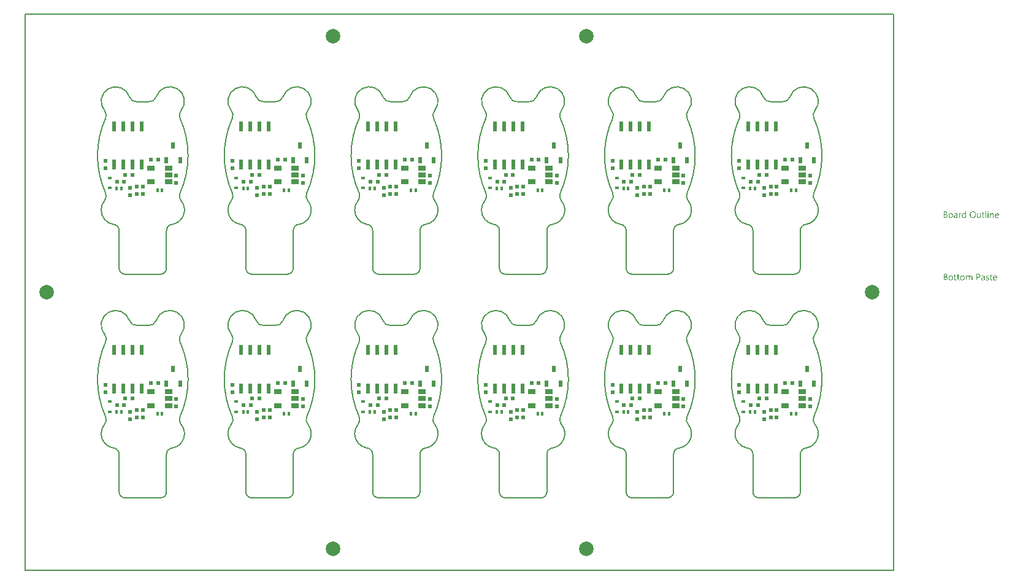
<source format=gbp>
G04*
G04 #@! TF.GenerationSoftware,Altium Limited,Altium Designer,21.9.2 (33)*
G04*
G04 Layer_Color=128*
%FSAX25Y25*%
%MOIN*%
G70*
G04*
G04 #@! TF.SameCoordinates,9F9AC68D-029E-4633-ADBB-40B06648E365*
G04*
G04*
G04 #@! TF.FilePolarity,Positive*
G04*
G01*
G75*
%ADD17C,0.00787*%
%ADD25C,0.07874*%
%ADD28R,0.02362X0.03543*%
%ADD29R,0.01968X0.02165*%
%ADD30R,0.01181X0.02165*%
%ADD31R,0.02165X0.01968*%
%ADD33R,0.02362X0.05512*%
%ADD34R,0.02165X0.01968*%
%ADD35R,0.03937X0.02756*%
%ADD56R,0.02362X0.01575*%
G36*
X0503737Y0175374D02*
X0503761D01*
X0503817Y0175349D01*
X0503848Y0175330D01*
X0503879Y0175306D01*
X0503885Y0175300D01*
X0503891Y0175293D01*
X0503922Y0175256D01*
X0503947Y0175194D01*
X0503953Y0175157D01*
X0503960Y0175120D01*
Y0175114D01*
Y0175101D01*
X0503953Y0175083D01*
X0503947Y0175058D01*
X0503929Y0174996D01*
X0503904Y0174965D01*
X0503879Y0174934D01*
X0503873D01*
X0503867Y0174922D01*
X0503829Y0174897D01*
X0503774Y0174872D01*
X0503737Y0174866D01*
X0503699Y0174860D01*
X0503681D01*
X0503662Y0174866D01*
X0503638D01*
X0503576Y0174891D01*
X0503545Y0174903D01*
X0503514Y0174928D01*
Y0174934D01*
X0503501Y0174941D01*
X0503489Y0174959D01*
X0503477Y0174978D01*
X0503452Y0175040D01*
X0503446Y0175077D01*
X0503440Y0175120D01*
Y0175126D01*
Y0175138D01*
X0503446Y0175157D01*
X0503452Y0175188D01*
X0503471Y0175244D01*
X0503489Y0175275D01*
X0503514Y0175306D01*
X0503520Y0175312D01*
X0503526Y0175318D01*
X0503563Y0175343D01*
X0503625Y0175368D01*
X0503662Y0175380D01*
X0503718D01*
X0503737Y0175374D01*
D02*
G37*
G36*
X0491747Y0171709D02*
X0491344D01*
Y0172130D01*
X0491332D01*
Y0172124D01*
X0491320Y0172112D01*
X0491301Y0172087D01*
X0491282Y0172056D01*
X0491251Y0172019D01*
X0491214Y0171982D01*
X0491171Y0171938D01*
X0491121Y0171895D01*
X0491066Y0171845D01*
X0490998Y0171802D01*
X0490930Y0171765D01*
X0490849Y0171728D01*
X0490769Y0171697D01*
X0490676Y0171672D01*
X0490577Y0171660D01*
X0490472Y0171654D01*
X0490428D01*
X0490391Y0171660D01*
X0490354Y0171666D01*
X0490304Y0171672D01*
X0490199Y0171697D01*
X0490075Y0171734D01*
X0489952Y0171796D01*
X0489883Y0171833D01*
X0489828Y0171876D01*
X0489766Y0171932D01*
X0489710Y0171988D01*
Y0171994D01*
X0489698Y0172006D01*
X0489685Y0172025D01*
X0489667Y0172050D01*
X0489648Y0172081D01*
X0489623Y0172124D01*
X0489599Y0172174D01*
X0489574Y0172229D01*
X0489543Y0172291D01*
X0489518Y0172359D01*
X0489494Y0172433D01*
X0489475Y0172514D01*
X0489456Y0172601D01*
X0489444Y0172700D01*
X0489438Y0172799D01*
X0489432Y0172904D01*
Y0172910D01*
Y0172929D01*
Y0172966D01*
X0489438Y0173009D01*
X0489444Y0173059D01*
X0489450Y0173121D01*
X0489456Y0173189D01*
X0489469Y0173263D01*
X0489506Y0173424D01*
X0489562Y0173591D01*
X0489599Y0173671D01*
X0489642Y0173752D01*
X0489685Y0173826D01*
X0489741Y0173900D01*
X0489747Y0173907D01*
X0489753Y0173919D01*
X0489772Y0173938D01*
X0489797Y0173962D01*
X0489828Y0173987D01*
X0489871Y0174018D01*
X0489914Y0174055D01*
X0489964Y0174092D01*
X0490088Y0174161D01*
X0490230Y0174222D01*
X0490310Y0174241D01*
X0490397Y0174259D01*
X0490484Y0174272D01*
X0490583Y0174278D01*
X0490632D01*
X0490670Y0174272D01*
X0490707Y0174266D01*
X0490756Y0174259D01*
X0490868Y0174229D01*
X0490991Y0174179D01*
X0491053Y0174148D01*
X0491115Y0174105D01*
X0491177Y0174062D01*
X0491233Y0174006D01*
X0491282Y0173944D01*
X0491332Y0173870D01*
X0491344D01*
Y0175429D01*
X0491747D01*
Y0171709D01*
D02*
G37*
G36*
X0506015Y0174272D02*
X0506089Y0174266D01*
X0506182Y0174247D01*
X0506281Y0174216D01*
X0506386Y0174167D01*
X0506491Y0174099D01*
X0506534Y0174062D01*
X0506578Y0174012D01*
X0506590Y0174000D01*
X0506615Y0173962D01*
X0506646Y0173900D01*
X0506689Y0173814D01*
X0506726Y0173709D01*
X0506764Y0173579D01*
X0506788Y0173424D01*
X0506795Y0173244D01*
Y0171709D01*
X0506392D01*
Y0173139D01*
Y0173145D01*
Y0173176D01*
X0506386Y0173213D01*
Y0173263D01*
X0506374Y0173325D01*
X0506361Y0173393D01*
X0506343Y0173467D01*
X0506318Y0173541D01*
X0506287Y0173616D01*
X0506250Y0173684D01*
X0506200Y0173752D01*
X0506145Y0173814D01*
X0506083Y0173863D01*
X0506002Y0173900D01*
X0505915Y0173932D01*
X0505810Y0173938D01*
X0505798D01*
X0505761Y0173932D01*
X0505705Y0173925D01*
X0505637Y0173907D01*
X0505556Y0173882D01*
X0505470Y0173839D01*
X0505389Y0173783D01*
X0505309Y0173709D01*
X0505303Y0173696D01*
X0505278Y0173671D01*
X0505247Y0173622D01*
X0505210Y0173554D01*
X0505173Y0173473D01*
X0505142Y0173374D01*
X0505117Y0173263D01*
X0505111Y0173139D01*
Y0171709D01*
X0504708D01*
Y0174222D01*
X0505111D01*
Y0173802D01*
X0505123D01*
X0505129Y0173808D01*
X0505136Y0173820D01*
X0505154Y0173845D01*
X0505179Y0173876D01*
X0505204Y0173913D01*
X0505241Y0173950D01*
X0505284Y0173993D01*
X0505334Y0174043D01*
X0505389Y0174086D01*
X0505451Y0174130D01*
X0505519Y0174167D01*
X0505594Y0174204D01*
X0505668Y0174235D01*
X0505755Y0174259D01*
X0505847Y0174272D01*
X0505946Y0174278D01*
X0505984D01*
X0506015Y0174272D01*
D02*
G37*
G36*
X0489017Y0174259D02*
X0489091Y0174253D01*
X0489134Y0174241D01*
X0489165Y0174229D01*
Y0173814D01*
X0489159Y0173820D01*
X0489147Y0173826D01*
X0489122Y0173839D01*
X0489091Y0173857D01*
X0489048Y0173870D01*
X0488992Y0173882D01*
X0488930Y0173888D01*
X0488862Y0173894D01*
X0488850D01*
X0488819Y0173888D01*
X0488769Y0173882D01*
X0488714Y0173863D01*
X0488639Y0173832D01*
X0488571Y0173789D01*
X0488497Y0173727D01*
X0488429Y0173647D01*
X0488423Y0173634D01*
X0488404Y0173603D01*
X0488373Y0173548D01*
X0488342Y0173473D01*
X0488311Y0173381D01*
X0488280Y0173263D01*
X0488262Y0173133D01*
X0488256Y0172984D01*
Y0171709D01*
X0487853D01*
Y0174222D01*
X0488256D01*
Y0173702D01*
X0488268D01*
Y0173709D01*
X0488274Y0173715D01*
X0488286Y0173746D01*
X0488305Y0173795D01*
X0488336Y0173857D01*
X0488367Y0173919D01*
X0488416Y0173987D01*
X0488466Y0174055D01*
X0488528Y0174117D01*
X0488534Y0174123D01*
X0488559Y0174142D01*
X0488596Y0174167D01*
X0488645Y0174191D01*
X0488701Y0174216D01*
X0488769Y0174241D01*
X0488843Y0174259D01*
X0488924Y0174266D01*
X0488980D01*
X0489017Y0174259D01*
D02*
G37*
G36*
X0499756Y0171709D02*
X0499354D01*
Y0172105D01*
X0499342D01*
Y0172099D01*
X0499329Y0172087D01*
X0499317Y0172062D01*
X0499292Y0172037D01*
X0499236Y0171963D01*
X0499150Y0171883D01*
X0499100Y0171839D01*
X0499045Y0171796D01*
X0498983Y0171759D01*
X0498908Y0171722D01*
X0498834Y0171697D01*
X0498754Y0171672D01*
X0498661Y0171660D01*
X0498568Y0171654D01*
X0498531D01*
X0498488Y0171660D01*
X0498426Y0171672D01*
X0498357Y0171685D01*
X0498283Y0171709D01*
X0498203Y0171740D01*
X0498122Y0171790D01*
X0498036Y0171845D01*
X0497955Y0171914D01*
X0497881Y0172000D01*
X0497813Y0172105D01*
X0497751Y0172223D01*
X0497708Y0172365D01*
X0497683Y0172532D01*
X0497670Y0172619D01*
Y0172718D01*
Y0174222D01*
X0498067D01*
Y0172780D01*
Y0172774D01*
Y0172749D01*
X0498073Y0172706D01*
X0498079Y0172656D01*
X0498085Y0172594D01*
X0498098Y0172532D01*
X0498116Y0172458D01*
X0498141Y0172384D01*
X0498178Y0172310D01*
X0498215Y0172242D01*
X0498265Y0172174D01*
X0498327Y0172112D01*
X0498395Y0172062D01*
X0498475Y0172025D01*
X0498574Y0171994D01*
X0498679Y0171988D01*
X0498692D01*
X0498729Y0171994D01*
X0498785Y0172000D01*
X0498847Y0172013D01*
X0498927Y0172044D01*
X0499008Y0172081D01*
X0499088Y0172130D01*
X0499162Y0172204D01*
X0499168Y0172217D01*
X0499193Y0172242D01*
X0499224Y0172291D01*
X0499261Y0172359D01*
X0499292Y0172440D01*
X0499323Y0172539D01*
X0499348Y0172650D01*
X0499354Y0172774D01*
Y0174222D01*
X0499756D01*
Y0171709D01*
D02*
G37*
G36*
X0503891D02*
X0503489D01*
Y0174222D01*
X0503891D01*
Y0171709D01*
D02*
G37*
G36*
X0502672D02*
X0502270D01*
Y0175429D01*
X0502672D01*
Y0171709D01*
D02*
G37*
G36*
X0486293Y0174272D02*
X0486349Y0174266D01*
X0486417Y0174247D01*
X0486491Y0174229D01*
X0486572Y0174198D01*
X0486658Y0174161D01*
X0486739Y0174111D01*
X0486819Y0174049D01*
X0486894Y0173975D01*
X0486962Y0173882D01*
X0487017Y0173777D01*
X0487061Y0173653D01*
X0487085Y0173511D01*
X0487098Y0173343D01*
Y0171709D01*
X0486696D01*
Y0172099D01*
X0486683D01*
Y0172093D01*
X0486671Y0172081D01*
X0486658Y0172056D01*
X0486634Y0172031D01*
X0486572Y0171957D01*
X0486491Y0171876D01*
X0486380Y0171796D01*
X0486250Y0171722D01*
X0486169Y0171697D01*
X0486089Y0171672D01*
X0486002Y0171660D01*
X0485910Y0171654D01*
X0485872D01*
X0485848Y0171660D01*
X0485779Y0171666D01*
X0485699Y0171678D01*
X0485600Y0171703D01*
X0485507Y0171734D01*
X0485408Y0171783D01*
X0485321Y0171845D01*
X0485315Y0171858D01*
X0485290Y0171883D01*
X0485253Y0171926D01*
X0485216Y0171988D01*
X0485179Y0172062D01*
X0485142Y0172149D01*
X0485117Y0172254D01*
X0485111Y0172372D01*
Y0172378D01*
Y0172403D01*
X0485117Y0172440D01*
X0485123Y0172483D01*
X0485136Y0172539D01*
X0485154Y0172601D01*
X0485179Y0172669D01*
X0485216Y0172737D01*
X0485259Y0172811D01*
X0485315Y0172885D01*
X0485383Y0172953D01*
X0485464Y0173015D01*
X0485557Y0173077D01*
X0485668Y0173127D01*
X0485792Y0173164D01*
X0485940Y0173195D01*
X0486696Y0173300D01*
Y0173306D01*
Y0173325D01*
X0486689Y0173362D01*
Y0173399D01*
X0486677Y0173449D01*
X0486671Y0173504D01*
X0486634Y0173622D01*
X0486603Y0173678D01*
X0486572Y0173733D01*
X0486528Y0173789D01*
X0486479Y0173839D01*
X0486417Y0173882D01*
X0486349Y0173913D01*
X0486269Y0173932D01*
X0486176Y0173938D01*
X0486132D01*
X0486101Y0173932D01*
X0486058D01*
X0486015Y0173919D01*
X0485903Y0173900D01*
X0485779Y0173863D01*
X0485643Y0173808D01*
X0485569Y0173770D01*
X0485501Y0173733D01*
X0485427Y0173684D01*
X0485358Y0173628D01*
Y0174043D01*
X0485365D01*
X0485377Y0174055D01*
X0485396Y0174068D01*
X0485427Y0174080D01*
X0485458Y0174099D01*
X0485501Y0174117D01*
X0485550Y0174136D01*
X0485606Y0174161D01*
X0485730Y0174204D01*
X0485879Y0174241D01*
X0486039Y0174266D01*
X0486213Y0174278D01*
X0486250D01*
X0486293Y0174272D01*
D02*
G37*
G36*
X0480605Y0175219D02*
X0480648D01*
X0480691Y0175213D01*
X0480790Y0175200D01*
X0480908Y0175170D01*
X0481032Y0175132D01*
X0481149Y0175077D01*
X0481255Y0175002D01*
X0481261D01*
X0481267Y0174990D01*
X0481298Y0174965D01*
X0481341Y0174916D01*
X0481391Y0174848D01*
X0481434Y0174761D01*
X0481477Y0174662D01*
X0481508Y0174550D01*
X0481521Y0174489D01*
Y0174420D01*
Y0174414D01*
Y0174408D01*
Y0174371D01*
X0481515Y0174315D01*
X0481502Y0174247D01*
X0481484Y0174161D01*
X0481453Y0174074D01*
X0481416Y0173987D01*
X0481360Y0173900D01*
X0481354Y0173888D01*
X0481329Y0173863D01*
X0481292Y0173826D01*
X0481242Y0173777D01*
X0481180Y0173727D01*
X0481106Y0173671D01*
X0481013Y0173628D01*
X0480914Y0173585D01*
Y0173579D01*
X0480933D01*
X0480951Y0173573D01*
X0480970Y0173566D01*
X0481038Y0173554D01*
X0481118Y0173529D01*
X0481205Y0173492D01*
X0481298Y0173449D01*
X0481391Y0173387D01*
X0481477Y0173306D01*
X0481490Y0173294D01*
X0481515Y0173263D01*
X0481545Y0173220D01*
X0481589Y0173152D01*
X0481626Y0173065D01*
X0481663Y0172966D01*
X0481688Y0172848D01*
X0481694Y0172718D01*
Y0172712D01*
Y0172700D01*
Y0172675D01*
X0481688Y0172644D01*
X0481682Y0172607D01*
X0481675Y0172564D01*
X0481651Y0172458D01*
X0481614Y0172341D01*
X0481558Y0172217D01*
X0481521Y0172161D01*
X0481477Y0172099D01*
X0481422Y0172044D01*
X0481366Y0171988D01*
X0481360D01*
X0481354Y0171975D01*
X0481335Y0171963D01*
X0481310Y0171944D01*
X0481279Y0171926D01*
X0481236Y0171901D01*
X0481143Y0171852D01*
X0481026Y0171796D01*
X0480889Y0171753D01*
X0480728Y0171722D01*
X0480648Y0171715D01*
X0480555Y0171709D01*
X0479528D01*
Y0175225D01*
X0480574D01*
X0480605Y0175219D01*
D02*
G37*
G36*
X0501100Y0174222D02*
X0501737D01*
Y0173876D01*
X0501100D01*
Y0172458D01*
Y0172446D01*
Y0172415D01*
X0501106Y0172372D01*
X0501112Y0172316D01*
X0501137Y0172198D01*
X0501155Y0172143D01*
X0501186Y0172099D01*
X0501193Y0172093D01*
X0501205Y0172081D01*
X0501224Y0172068D01*
X0501255Y0172050D01*
X0501292Y0172025D01*
X0501341Y0172013D01*
X0501403Y0172000D01*
X0501471Y0171994D01*
X0501496D01*
X0501527Y0172000D01*
X0501564Y0172006D01*
X0501651Y0172031D01*
X0501694Y0172050D01*
X0501737Y0172074D01*
Y0171728D01*
X0501731D01*
X0501713Y0171715D01*
X0501682Y0171709D01*
X0501638Y0171697D01*
X0501582Y0171685D01*
X0501521Y0171672D01*
X0501446Y0171666D01*
X0501360Y0171660D01*
X0501329D01*
X0501298Y0171666D01*
X0501255Y0171672D01*
X0501205Y0171685D01*
X0501149Y0171697D01*
X0501093Y0171722D01*
X0501032Y0171753D01*
X0500970Y0171790D01*
X0500908Y0171839D01*
X0500852Y0171895D01*
X0500803Y0171969D01*
X0500759Y0172050D01*
X0500728Y0172149D01*
X0500703Y0172260D01*
X0500697Y0172390D01*
Y0173876D01*
X0500270D01*
Y0174222D01*
X0500697D01*
Y0174835D01*
X0501100Y0174965D01*
Y0174222D01*
D02*
G37*
G36*
X0508627Y0174272D02*
X0508670Y0174266D01*
X0508713Y0174259D01*
X0508825Y0174241D01*
X0508949Y0174198D01*
X0509072Y0174142D01*
X0509134Y0174105D01*
X0509196Y0174062D01*
X0509252Y0174012D01*
X0509308Y0173956D01*
X0509314Y0173950D01*
X0509320Y0173944D01*
X0509332Y0173925D01*
X0509351Y0173900D01*
X0509370Y0173863D01*
X0509394Y0173826D01*
X0509419Y0173783D01*
X0509444Y0173727D01*
X0509469Y0173665D01*
X0509493Y0173603D01*
X0509518Y0173529D01*
X0509537Y0173449D01*
X0509555Y0173362D01*
X0509568Y0173275D01*
X0509580Y0173176D01*
Y0173071D01*
Y0172861D01*
X0507803D01*
Y0172854D01*
Y0172842D01*
Y0172824D01*
X0507810Y0172792D01*
X0507816Y0172755D01*
Y0172718D01*
X0507834Y0172619D01*
X0507865Y0172520D01*
X0507902Y0172409D01*
X0507958Y0172303D01*
X0508026Y0172211D01*
X0508039Y0172198D01*
X0508064Y0172174D01*
X0508113Y0172143D01*
X0508181Y0172099D01*
X0508268Y0172056D01*
X0508367Y0172025D01*
X0508484Y0172000D01*
X0508621Y0171988D01*
X0508664D01*
X0508695Y0171994D01*
X0508732D01*
X0508775Y0172000D01*
X0508881Y0172025D01*
X0508998Y0172056D01*
X0509128Y0172105D01*
X0509264Y0172174D01*
X0509332Y0172217D01*
X0509401Y0172266D01*
Y0171889D01*
X0509394D01*
X0509388Y0171876D01*
X0509370Y0171870D01*
X0509339Y0171852D01*
X0509308Y0171833D01*
X0509270Y0171815D01*
X0509221Y0171796D01*
X0509171Y0171771D01*
X0509110Y0171746D01*
X0509042Y0171728D01*
X0508893Y0171691D01*
X0508720Y0171666D01*
X0508528Y0171654D01*
X0508478D01*
X0508441Y0171660D01*
X0508398Y0171666D01*
X0508342Y0171672D01*
X0508224Y0171697D01*
X0508088Y0171734D01*
X0507952Y0171796D01*
X0507884Y0171839D01*
X0507816Y0171883D01*
X0507754Y0171932D01*
X0507692Y0171994D01*
X0507686Y0172000D01*
X0507680Y0172013D01*
X0507667Y0172031D01*
X0507643Y0172056D01*
X0507624Y0172093D01*
X0507599Y0172136D01*
X0507568Y0172186D01*
X0507544Y0172242D01*
X0507513Y0172303D01*
X0507488Y0172378D01*
X0507457Y0172458D01*
X0507438Y0172545D01*
X0507420Y0172638D01*
X0507401Y0172737D01*
X0507395Y0172842D01*
X0507389Y0172953D01*
Y0172960D01*
Y0172978D01*
Y0173009D01*
X0507395Y0173053D01*
X0507401Y0173102D01*
X0507407Y0173158D01*
X0507413Y0173226D01*
X0507432Y0173294D01*
X0507469Y0173442D01*
X0507525Y0173603D01*
X0507562Y0173684D01*
X0507612Y0173758D01*
X0507661Y0173839D01*
X0507717Y0173907D01*
X0507723Y0173913D01*
X0507735Y0173925D01*
X0507754Y0173944D01*
X0507779Y0173962D01*
X0507810Y0173993D01*
X0507847Y0174024D01*
X0507896Y0174055D01*
X0507946Y0174092D01*
X0508064Y0174161D01*
X0508206Y0174222D01*
X0508286Y0174241D01*
X0508367Y0174259D01*
X0508453Y0174272D01*
X0508546Y0174278D01*
X0508596D01*
X0508627Y0174272D01*
D02*
G37*
G36*
X0495584Y0175281D02*
X0495646Y0175275D01*
X0495721Y0175262D01*
X0495801Y0175244D01*
X0495888Y0175225D01*
X0495974Y0175200D01*
X0496073Y0175170D01*
X0496166Y0175126D01*
X0496265Y0175077D01*
X0496364Y0175021D01*
X0496457Y0174953D01*
X0496550Y0174879D01*
X0496637Y0174792D01*
X0496643Y0174786D01*
X0496655Y0174767D01*
X0496680Y0174742D01*
X0496705Y0174705D01*
X0496742Y0174656D01*
X0496779Y0174594D01*
X0496816Y0174526D01*
X0496860Y0174451D01*
X0496903Y0174359D01*
X0496940Y0174266D01*
X0496977Y0174161D01*
X0497014Y0174043D01*
X0497039Y0173925D01*
X0497064Y0173795D01*
X0497076Y0173653D01*
X0497082Y0173511D01*
Y0173498D01*
Y0173473D01*
Y0173430D01*
X0497076Y0173368D01*
X0497070Y0173294D01*
X0497058Y0173213D01*
X0497045Y0173121D01*
X0497027Y0173015D01*
X0497002Y0172910D01*
X0496971Y0172799D01*
X0496934Y0172687D01*
X0496890Y0172576D01*
X0496835Y0172458D01*
X0496773Y0172353D01*
X0496705Y0172248D01*
X0496624Y0172149D01*
X0496618Y0172143D01*
X0496606Y0172130D01*
X0496575Y0172105D01*
X0496544Y0172074D01*
X0496494Y0172031D01*
X0496439Y0171994D01*
X0496377Y0171944D01*
X0496303Y0171901D01*
X0496222Y0171858D01*
X0496129Y0171808D01*
X0496030Y0171771D01*
X0495919Y0171734D01*
X0495801Y0171697D01*
X0495677Y0171672D01*
X0495547Y0171660D01*
X0495405Y0171654D01*
X0495374D01*
X0495331Y0171660D01*
X0495281D01*
X0495219Y0171666D01*
X0495145Y0171678D01*
X0495064Y0171697D01*
X0494972Y0171715D01*
X0494879Y0171740D01*
X0494780Y0171771D01*
X0494681Y0171815D01*
X0494582Y0171858D01*
X0494483Y0171914D01*
X0494384Y0171982D01*
X0494291Y0172056D01*
X0494204Y0172143D01*
X0494198Y0172149D01*
X0494185Y0172167D01*
X0494161Y0172192D01*
X0494136Y0172229D01*
X0494099Y0172279D01*
X0494062Y0172341D01*
X0494025Y0172409D01*
X0493981Y0172489D01*
X0493938Y0172576D01*
X0493901Y0172669D01*
X0493864Y0172774D01*
X0493826Y0172892D01*
X0493802Y0173009D01*
X0493777Y0173139D01*
X0493765Y0173282D01*
X0493758Y0173424D01*
Y0173436D01*
Y0173461D01*
X0493765Y0173504D01*
Y0173566D01*
X0493771Y0173634D01*
X0493783Y0173721D01*
X0493795Y0173814D01*
X0493814Y0173913D01*
X0493839Y0174018D01*
X0493870Y0174130D01*
X0493907Y0174241D01*
X0493950Y0174352D01*
X0494006Y0174464D01*
X0494068Y0174575D01*
X0494136Y0174680D01*
X0494216Y0174779D01*
X0494223Y0174786D01*
X0494235Y0174804D01*
X0494266Y0174829D01*
X0494303Y0174860D01*
X0494346Y0174897D01*
X0494402Y0174941D01*
X0494470Y0174984D01*
X0494545Y0175033D01*
X0494631Y0175083D01*
X0494724Y0175126D01*
X0494823Y0175170D01*
X0494935Y0175207D01*
X0495058Y0175238D01*
X0495188Y0175268D01*
X0495324Y0175281D01*
X0495467Y0175287D01*
X0495535D01*
X0495584Y0175281D01*
D02*
G37*
G36*
X0483557Y0174272D02*
X0483601Y0174266D01*
X0483656Y0174259D01*
X0483780Y0174235D01*
X0483922Y0174191D01*
X0484065Y0174130D01*
X0484139Y0174092D01*
X0484207Y0174049D01*
X0484275Y0173993D01*
X0484337Y0173932D01*
X0484343Y0173925D01*
X0484350Y0173913D01*
X0484368Y0173894D01*
X0484387Y0173870D01*
X0484411Y0173832D01*
X0484436Y0173789D01*
X0484467Y0173740D01*
X0484498Y0173684D01*
X0484523Y0173616D01*
X0484554Y0173548D01*
X0484579Y0173467D01*
X0484603Y0173381D01*
X0484622Y0173288D01*
X0484641Y0173189D01*
X0484647Y0173083D01*
X0484653Y0172972D01*
Y0172966D01*
Y0172947D01*
Y0172916D01*
X0484647Y0172873D01*
X0484641Y0172824D01*
X0484634Y0172762D01*
X0484622Y0172700D01*
X0484610Y0172625D01*
X0484572Y0172477D01*
X0484511Y0172316D01*
X0484473Y0172235D01*
X0484424Y0172155D01*
X0484374Y0172081D01*
X0484312Y0172013D01*
X0484306Y0172006D01*
X0484294Y0172000D01*
X0484275Y0171982D01*
X0484250Y0171957D01*
X0484213Y0171932D01*
X0484176Y0171901D01*
X0484127Y0171864D01*
X0484071Y0171833D01*
X0484009Y0171802D01*
X0483941Y0171765D01*
X0483867Y0171734D01*
X0483786Y0171709D01*
X0483700Y0171685D01*
X0483607Y0171672D01*
X0483508Y0171660D01*
X0483402Y0171654D01*
X0483347D01*
X0483310Y0171660D01*
X0483266Y0171666D01*
X0483211Y0171672D01*
X0483149Y0171685D01*
X0483081Y0171697D01*
X0482938Y0171740D01*
X0482790Y0171802D01*
X0482715Y0171839D01*
X0482647Y0171889D01*
X0482579Y0171938D01*
X0482511Y0172000D01*
X0482505Y0172006D01*
X0482499Y0172019D01*
X0482480Y0172037D01*
X0482462Y0172062D01*
X0482437Y0172099D01*
X0482406Y0172143D01*
X0482375Y0172192D01*
X0482350Y0172248D01*
X0482319Y0172316D01*
X0482288Y0172384D01*
X0482257Y0172458D01*
X0482233Y0172545D01*
X0482195Y0172731D01*
X0482189Y0172830D01*
X0482183Y0172935D01*
Y0172941D01*
Y0172966D01*
Y0172997D01*
X0482189Y0173040D01*
X0482195Y0173090D01*
X0482202Y0173152D01*
X0482214Y0173220D01*
X0482226Y0173294D01*
X0482264Y0173455D01*
X0482325Y0173616D01*
X0482369Y0173696D01*
X0482412Y0173777D01*
X0482462Y0173851D01*
X0482523Y0173919D01*
X0482530Y0173925D01*
X0482542Y0173938D01*
X0482561Y0173950D01*
X0482585Y0173975D01*
X0482623Y0174000D01*
X0482666Y0174030D01*
X0482715Y0174068D01*
X0482771Y0174099D01*
X0482833Y0174130D01*
X0482907Y0174167D01*
X0482982Y0174198D01*
X0483068Y0174222D01*
X0483155Y0174247D01*
X0483254Y0174266D01*
X0483359Y0174272D01*
X0483464Y0174278D01*
X0483520D01*
X0483557Y0174272D01*
D02*
G37*
G36*
X0503656Y0140414D02*
X0503737Y0140408D01*
X0503823Y0140395D01*
X0503922Y0140370D01*
X0504021Y0140346D01*
X0504120Y0140308D01*
Y0139900D01*
X0504108Y0139906D01*
X0504071Y0139931D01*
X0504015Y0139956D01*
X0503941Y0139993D01*
X0503848Y0140024D01*
X0503737Y0140055D01*
X0503613Y0140073D01*
X0503483Y0140079D01*
X0503415D01*
X0503353Y0140067D01*
X0503279Y0140055D01*
X0503272D01*
X0503266Y0140049D01*
X0503229Y0140036D01*
X0503180Y0140011D01*
X0503124Y0139980D01*
X0503112Y0139974D01*
X0503087Y0139949D01*
X0503056Y0139912D01*
X0503025Y0139869D01*
X0503019Y0139857D01*
X0503006Y0139826D01*
X0502994Y0139782D01*
X0502988Y0139727D01*
Y0139720D01*
Y0139708D01*
Y0139689D01*
X0502994Y0139671D01*
X0503006Y0139615D01*
X0503025Y0139559D01*
X0503031Y0139547D01*
X0503050Y0139522D01*
X0503087Y0139485D01*
X0503130Y0139442D01*
X0503136D01*
X0503142Y0139436D01*
X0503180Y0139411D01*
X0503229Y0139380D01*
X0503297Y0139349D01*
X0503303D01*
X0503316Y0139343D01*
X0503334Y0139337D01*
X0503365Y0139324D01*
X0503433Y0139299D01*
X0503520Y0139262D01*
X0503526D01*
X0503551Y0139250D01*
X0503582Y0139238D01*
X0503619Y0139225D01*
X0503718Y0139182D01*
X0503817Y0139132D01*
X0503823D01*
X0503842Y0139120D01*
X0503867Y0139108D01*
X0503898Y0139089D01*
X0503972Y0139040D01*
X0504046Y0138978D01*
X0504052Y0138971D01*
X0504065Y0138965D01*
X0504077Y0138947D01*
X0504102Y0138922D01*
X0504145Y0138860D01*
X0504188Y0138779D01*
Y0138773D01*
X0504195Y0138761D01*
X0504207Y0138736D01*
X0504213Y0138705D01*
X0504226Y0138668D01*
X0504232Y0138625D01*
X0504238Y0138520D01*
Y0138513D01*
Y0138489D01*
X0504232Y0138451D01*
X0504226Y0138408D01*
X0504219Y0138359D01*
X0504201Y0138303D01*
X0504182Y0138253D01*
X0504151Y0138198D01*
X0504145Y0138191D01*
X0504139Y0138173D01*
X0504120Y0138148D01*
X0504096Y0138117D01*
X0504065Y0138080D01*
X0504028Y0138043D01*
X0503935Y0137969D01*
X0503929Y0137962D01*
X0503910Y0137956D01*
X0503885Y0137938D01*
X0503842Y0137919D01*
X0503798Y0137894D01*
X0503743Y0137876D01*
X0503687Y0137857D01*
X0503619Y0137839D01*
X0503613D01*
X0503588Y0137832D01*
X0503551Y0137826D01*
X0503508Y0137820D01*
X0503446Y0137808D01*
X0503384Y0137802D01*
X0503241Y0137795D01*
X0503180D01*
X0503105Y0137802D01*
X0503012Y0137814D01*
X0502907Y0137832D01*
X0502796Y0137857D01*
X0502684Y0137888D01*
X0502573Y0137938D01*
Y0138371D01*
X0502579D01*
X0502585Y0138359D01*
X0502604Y0138346D01*
X0502629Y0138334D01*
X0502697Y0138297D01*
X0502790Y0138253D01*
X0502895Y0138204D01*
X0503019Y0138167D01*
X0503155Y0138142D01*
X0503297Y0138129D01*
X0503347D01*
X0503378Y0138136D01*
X0503464Y0138148D01*
X0503563Y0138173D01*
X0503656Y0138216D01*
X0503699Y0138247D01*
X0503743Y0138278D01*
X0503774Y0138321D01*
X0503798Y0138365D01*
X0503817Y0138420D01*
X0503823Y0138482D01*
Y0138489D01*
Y0138501D01*
Y0138520D01*
X0503817Y0138538D01*
X0503805Y0138594D01*
X0503780Y0138649D01*
Y0138656D01*
X0503774Y0138662D01*
X0503749Y0138693D01*
X0503712Y0138736D01*
X0503656Y0138773D01*
X0503650D01*
X0503644Y0138786D01*
X0503607Y0138804D01*
X0503551Y0138841D01*
X0503477Y0138872D01*
X0503471D01*
X0503458Y0138879D01*
X0503440Y0138891D01*
X0503409Y0138903D01*
X0503340Y0138928D01*
X0503254Y0138965D01*
X0503248D01*
X0503223Y0138978D01*
X0503192Y0138990D01*
X0503155Y0139002D01*
X0503056Y0139046D01*
X0502957Y0139095D01*
X0502950Y0139101D01*
X0502938Y0139108D01*
X0502913Y0139120D01*
X0502882Y0139138D01*
X0502814Y0139188D01*
X0502746Y0139244D01*
X0502740Y0139250D01*
X0502734Y0139256D01*
X0502715Y0139275D01*
X0502697Y0139299D01*
X0502653Y0139361D01*
X0502616Y0139436D01*
Y0139442D01*
X0502610Y0139454D01*
X0502604Y0139479D01*
X0502598Y0139510D01*
X0502592Y0139547D01*
X0502585Y0139590D01*
X0502579Y0139696D01*
Y0139702D01*
Y0139727D01*
X0502585Y0139758D01*
X0502592Y0139801D01*
X0502598Y0139850D01*
X0502616Y0139900D01*
X0502635Y0139956D01*
X0502660Y0140005D01*
X0502666Y0140011D01*
X0502672Y0140030D01*
X0502691Y0140055D01*
X0502715Y0140086D01*
X0502783Y0140160D01*
X0502870Y0140234D01*
X0502876Y0140240D01*
X0502895Y0140246D01*
X0502920Y0140265D01*
X0502963Y0140284D01*
X0503006Y0140308D01*
X0503056Y0140333D01*
X0503180Y0140370D01*
X0503186D01*
X0503210Y0140376D01*
X0503241Y0140389D01*
X0503291Y0140395D01*
X0503340Y0140408D01*
X0503402Y0140414D01*
X0503539Y0140420D01*
X0503594D01*
X0503656Y0140414D01*
D02*
G37*
G36*
X0494464D02*
X0494520Y0140401D01*
X0494582Y0140389D01*
X0494650Y0140364D01*
X0494730Y0140333D01*
X0494804Y0140290D01*
X0494885Y0140240D01*
X0494959Y0140172D01*
X0495027Y0140086D01*
X0495089Y0139987D01*
X0495145Y0139875D01*
X0495182Y0139733D01*
X0495213Y0139578D01*
X0495219Y0139399D01*
Y0137851D01*
X0494817D01*
Y0139293D01*
Y0139299D01*
Y0139312D01*
Y0139330D01*
Y0139361D01*
X0494811Y0139436D01*
X0494798Y0139522D01*
X0494786Y0139621D01*
X0494761Y0139720D01*
X0494730Y0139813D01*
X0494687Y0139894D01*
X0494681Y0139900D01*
X0494662Y0139925D01*
X0494631Y0139956D01*
X0494582Y0139987D01*
X0494526Y0140024D01*
X0494452Y0140049D01*
X0494359Y0140073D01*
X0494254Y0140079D01*
X0494241D01*
X0494210Y0140073D01*
X0494161Y0140067D01*
X0494099Y0140049D01*
X0494031Y0140024D01*
X0493957Y0139980D01*
X0493882Y0139925D01*
X0493814Y0139844D01*
X0493808Y0139832D01*
X0493789Y0139801D01*
X0493758Y0139751D01*
X0493727Y0139683D01*
X0493690Y0139603D01*
X0493666Y0139510D01*
X0493641Y0139399D01*
X0493635Y0139281D01*
Y0137851D01*
X0493232D01*
Y0139343D01*
Y0139349D01*
Y0139374D01*
X0493226Y0139411D01*
Y0139460D01*
X0493214Y0139516D01*
X0493201Y0139578D01*
X0493183Y0139640D01*
X0493164Y0139714D01*
X0493133Y0139782D01*
X0493096Y0139844D01*
X0493047Y0139906D01*
X0492991Y0139962D01*
X0492929Y0140011D01*
X0492848Y0140049D01*
X0492762Y0140073D01*
X0492663Y0140079D01*
X0492650D01*
X0492619Y0140073D01*
X0492570Y0140067D01*
X0492508Y0140055D01*
X0492440Y0140024D01*
X0492366Y0139987D01*
X0492291Y0139931D01*
X0492223Y0139857D01*
X0492217Y0139844D01*
X0492199Y0139819D01*
X0492168Y0139770D01*
X0492137Y0139702D01*
X0492106Y0139621D01*
X0492075Y0139522D01*
X0492056Y0139411D01*
X0492050Y0139281D01*
Y0137851D01*
X0491648D01*
Y0140364D01*
X0492050D01*
Y0139962D01*
X0492062D01*
X0492068Y0139968D01*
X0492075Y0139980D01*
X0492093Y0140005D01*
X0492112Y0140036D01*
X0492174Y0140104D01*
X0492260Y0140191D01*
X0492372Y0140278D01*
X0492502Y0140346D01*
X0492582Y0140376D01*
X0492663Y0140401D01*
X0492749Y0140414D01*
X0492842Y0140420D01*
X0492886D01*
X0492935Y0140414D01*
X0492997Y0140401D01*
X0493065Y0140383D01*
X0493139Y0140358D01*
X0493214Y0140327D01*
X0493288Y0140278D01*
X0493294Y0140271D01*
X0493319Y0140253D01*
X0493350Y0140222D01*
X0493393Y0140178D01*
X0493436Y0140123D01*
X0493480Y0140061D01*
X0493523Y0139987D01*
X0493554Y0139900D01*
X0493560Y0139906D01*
X0493567Y0139925D01*
X0493585Y0139949D01*
X0493604Y0139980D01*
X0493635Y0140024D01*
X0493672Y0140067D01*
X0493715Y0140110D01*
X0493765Y0140160D01*
X0493820Y0140209D01*
X0493882Y0140253D01*
X0493950Y0140302D01*
X0494025Y0140339D01*
X0494105Y0140370D01*
X0494192Y0140395D01*
X0494291Y0140414D01*
X0494390Y0140420D01*
X0494427D01*
X0494464Y0140414D01*
D02*
G37*
G36*
X0501162D02*
X0501217Y0140408D01*
X0501285Y0140389D01*
X0501360Y0140370D01*
X0501440Y0140339D01*
X0501527Y0140302D01*
X0501607Y0140253D01*
X0501688Y0140191D01*
X0501762Y0140117D01*
X0501830Y0140024D01*
X0501886Y0139918D01*
X0501929Y0139795D01*
X0501954Y0139652D01*
X0501966Y0139485D01*
Y0137851D01*
X0501564D01*
Y0138241D01*
X0501552D01*
Y0138235D01*
X0501539Y0138222D01*
X0501527Y0138198D01*
X0501502Y0138173D01*
X0501440Y0138099D01*
X0501360Y0138018D01*
X0501248Y0137938D01*
X0501118Y0137863D01*
X0501038Y0137839D01*
X0500957Y0137814D01*
X0500871Y0137802D01*
X0500778Y0137795D01*
X0500741D01*
X0500716Y0137802D01*
X0500648Y0137808D01*
X0500567Y0137820D01*
X0500468Y0137845D01*
X0500376Y0137876D01*
X0500276Y0137925D01*
X0500190Y0137987D01*
X0500184Y0138000D01*
X0500159Y0138024D01*
X0500122Y0138068D01*
X0500085Y0138129D01*
X0500047Y0138204D01*
X0500010Y0138291D01*
X0499986Y0138396D01*
X0499979Y0138513D01*
Y0138520D01*
Y0138544D01*
X0499986Y0138581D01*
X0499992Y0138625D01*
X0500004Y0138681D01*
X0500023Y0138742D01*
X0500047Y0138810D01*
X0500085Y0138879D01*
X0500128Y0138953D01*
X0500184Y0139027D01*
X0500252Y0139095D01*
X0500332Y0139157D01*
X0500425Y0139219D01*
X0500536Y0139269D01*
X0500660Y0139306D01*
X0500809Y0139337D01*
X0501564Y0139442D01*
Y0139448D01*
Y0139467D01*
X0501558Y0139504D01*
Y0139541D01*
X0501545Y0139590D01*
X0501539Y0139646D01*
X0501502Y0139764D01*
X0501471Y0139819D01*
X0501440Y0139875D01*
X0501397Y0139931D01*
X0501347Y0139980D01*
X0501285Y0140024D01*
X0501217Y0140055D01*
X0501137Y0140073D01*
X0501044Y0140079D01*
X0501001D01*
X0500970Y0140073D01*
X0500926D01*
X0500883Y0140061D01*
X0500772Y0140042D01*
X0500648Y0140005D01*
X0500512Y0139949D01*
X0500437Y0139912D01*
X0500369Y0139875D01*
X0500295Y0139826D01*
X0500227Y0139770D01*
Y0140185D01*
X0500233D01*
X0500246Y0140197D01*
X0500264Y0140209D01*
X0500295Y0140222D01*
X0500326Y0140240D01*
X0500369Y0140259D01*
X0500419Y0140278D01*
X0500475Y0140302D01*
X0500598Y0140346D01*
X0500747Y0140383D01*
X0500908Y0140408D01*
X0501081Y0140420D01*
X0501118D01*
X0501162Y0140414D01*
D02*
G37*
G36*
X0498463Y0141361D02*
X0498512D01*
X0498562Y0141355D01*
X0498692Y0141330D01*
X0498828Y0141299D01*
X0498977Y0141249D01*
X0499119Y0141181D01*
X0499181Y0141138D01*
X0499243Y0141088D01*
X0499249D01*
X0499255Y0141076D01*
X0499274Y0141057D01*
X0499292Y0141039D01*
X0499342Y0140977D01*
X0499404Y0140890D01*
X0499459Y0140779D01*
X0499509Y0140649D01*
X0499546Y0140494D01*
X0499552Y0140408D01*
X0499558Y0140315D01*
Y0140308D01*
Y0140290D01*
Y0140265D01*
X0499552Y0140234D01*
X0499546Y0140191D01*
X0499540Y0140141D01*
X0499515Y0140024D01*
X0499472Y0139894D01*
X0499410Y0139758D01*
X0499373Y0139689D01*
X0499329Y0139621D01*
X0499274Y0139553D01*
X0499212Y0139491D01*
X0499206Y0139485D01*
X0499193Y0139479D01*
X0499175Y0139460D01*
X0499150Y0139442D01*
X0499113Y0139417D01*
X0499069Y0139392D01*
X0499020Y0139361D01*
X0498964Y0139337D01*
X0498902Y0139306D01*
X0498834Y0139275D01*
X0498754Y0139250D01*
X0498673Y0139225D01*
X0498488Y0139188D01*
X0498388Y0139182D01*
X0498283Y0139176D01*
X0497819D01*
Y0137851D01*
X0497404D01*
Y0141367D01*
X0498426D01*
X0498463Y0141361D01*
D02*
G37*
G36*
X0480605D02*
X0480648D01*
X0480691Y0141355D01*
X0480790Y0141342D01*
X0480908Y0141311D01*
X0481032Y0141274D01*
X0481149Y0141218D01*
X0481255Y0141144D01*
X0481261D01*
X0481267Y0141132D01*
X0481298Y0141107D01*
X0481341Y0141057D01*
X0481391Y0140989D01*
X0481434Y0140903D01*
X0481477Y0140804D01*
X0481508Y0140692D01*
X0481521Y0140630D01*
Y0140562D01*
Y0140556D01*
Y0140550D01*
Y0140513D01*
X0481515Y0140457D01*
X0481502Y0140389D01*
X0481484Y0140302D01*
X0481453Y0140216D01*
X0481416Y0140129D01*
X0481360Y0140042D01*
X0481354Y0140030D01*
X0481329Y0140005D01*
X0481292Y0139968D01*
X0481242Y0139918D01*
X0481180Y0139869D01*
X0481106Y0139813D01*
X0481013Y0139770D01*
X0480914Y0139727D01*
Y0139720D01*
X0480933D01*
X0480951Y0139714D01*
X0480970Y0139708D01*
X0481038Y0139696D01*
X0481118Y0139671D01*
X0481205Y0139634D01*
X0481298Y0139590D01*
X0481391Y0139529D01*
X0481477Y0139448D01*
X0481490Y0139436D01*
X0481515Y0139405D01*
X0481545Y0139361D01*
X0481589Y0139293D01*
X0481626Y0139207D01*
X0481663Y0139108D01*
X0481688Y0138990D01*
X0481694Y0138860D01*
Y0138854D01*
Y0138841D01*
Y0138817D01*
X0481688Y0138786D01*
X0481682Y0138749D01*
X0481675Y0138705D01*
X0481651Y0138600D01*
X0481614Y0138482D01*
X0481558Y0138359D01*
X0481521Y0138303D01*
X0481477Y0138241D01*
X0481422Y0138185D01*
X0481366Y0138129D01*
X0481360D01*
X0481354Y0138117D01*
X0481335Y0138105D01*
X0481310Y0138086D01*
X0481279Y0138068D01*
X0481236Y0138043D01*
X0481143Y0137993D01*
X0481026Y0137938D01*
X0480889Y0137894D01*
X0480728Y0137863D01*
X0480648Y0137857D01*
X0480555Y0137851D01*
X0479528D01*
Y0141367D01*
X0480574D01*
X0480605Y0141361D01*
D02*
G37*
G36*
X0505389Y0140364D02*
X0506027D01*
Y0140017D01*
X0505389D01*
Y0138600D01*
Y0138588D01*
Y0138557D01*
X0505396Y0138513D01*
X0505402Y0138458D01*
X0505427Y0138340D01*
X0505445Y0138284D01*
X0505476Y0138241D01*
X0505482Y0138235D01*
X0505495Y0138222D01*
X0505513Y0138210D01*
X0505544Y0138191D01*
X0505581Y0138167D01*
X0505631Y0138154D01*
X0505693Y0138142D01*
X0505761Y0138136D01*
X0505786D01*
X0505817Y0138142D01*
X0505854Y0138148D01*
X0505940Y0138173D01*
X0505984Y0138191D01*
X0506027Y0138216D01*
Y0137870D01*
X0506021D01*
X0506002Y0137857D01*
X0505971Y0137851D01*
X0505928Y0137839D01*
X0505872Y0137826D01*
X0505810Y0137814D01*
X0505736Y0137808D01*
X0505649Y0137802D01*
X0505618D01*
X0505587Y0137808D01*
X0505544Y0137814D01*
X0505495Y0137826D01*
X0505439Y0137839D01*
X0505383Y0137863D01*
X0505321Y0137894D01*
X0505259Y0137932D01*
X0505197Y0137981D01*
X0505142Y0138037D01*
X0505092Y0138111D01*
X0505049Y0138191D01*
X0505018Y0138291D01*
X0504993Y0138402D01*
X0504987Y0138532D01*
Y0140017D01*
X0504560D01*
Y0140364D01*
X0504987D01*
Y0140977D01*
X0505389Y0141107D01*
Y0140364D01*
D02*
G37*
G36*
X0487531D02*
X0488169D01*
Y0140017D01*
X0487531D01*
Y0138600D01*
Y0138588D01*
Y0138557D01*
X0487537Y0138513D01*
X0487544Y0138458D01*
X0487568Y0138340D01*
X0487587Y0138284D01*
X0487618Y0138241D01*
X0487624Y0138235D01*
X0487637Y0138222D01*
X0487655Y0138210D01*
X0487686Y0138191D01*
X0487723Y0138167D01*
X0487773Y0138154D01*
X0487835Y0138142D01*
X0487903Y0138136D01*
X0487927D01*
X0487958Y0138142D01*
X0487995Y0138148D01*
X0488082Y0138173D01*
X0488126Y0138191D01*
X0488169Y0138216D01*
Y0137870D01*
X0488163D01*
X0488144Y0137857D01*
X0488113Y0137851D01*
X0488070Y0137839D01*
X0488014Y0137826D01*
X0487952Y0137814D01*
X0487878Y0137808D01*
X0487791Y0137802D01*
X0487760D01*
X0487729Y0137808D01*
X0487686Y0137814D01*
X0487637Y0137826D01*
X0487581Y0137839D01*
X0487525Y0137863D01*
X0487463Y0137894D01*
X0487401Y0137932D01*
X0487339Y0137981D01*
X0487284Y0138037D01*
X0487234Y0138111D01*
X0487191Y0138191D01*
X0487160Y0138291D01*
X0487135Y0138402D01*
X0487129Y0138532D01*
Y0140017D01*
X0486702D01*
Y0140364D01*
X0487129D01*
Y0140977D01*
X0487531Y0141107D01*
Y0140364D01*
D02*
G37*
G36*
X0485829D02*
X0486467D01*
Y0140017D01*
X0485829D01*
Y0138600D01*
Y0138588D01*
Y0138557D01*
X0485835Y0138513D01*
X0485841Y0138458D01*
X0485866Y0138340D01*
X0485885Y0138284D01*
X0485916Y0138241D01*
X0485922Y0138235D01*
X0485934Y0138222D01*
X0485953Y0138210D01*
X0485984Y0138191D01*
X0486021Y0138167D01*
X0486070Y0138154D01*
X0486132Y0138142D01*
X0486200Y0138136D01*
X0486225D01*
X0486256Y0138142D01*
X0486293Y0138148D01*
X0486380Y0138173D01*
X0486423Y0138191D01*
X0486467Y0138216D01*
Y0137870D01*
X0486460D01*
X0486442Y0137857D01*
X0486411Y0137851D01*
X0486368Y0137839D01*
X0486312Y0137826D01*
X0486250Y0137814D01*
X0486176Y0137808D01*
X0486089Y0137802D01*
X0486058D01*
X0486027Y0137808D01*
X0485984Y0137814D01*
X0485934Y0137826D01*
X0485879Y0137839D01*
X0485823Y0137863D01*
X0485761Y0137894D01*
X0485699Y0137932D01*
X0485637Y0137981D01*
X0485581Y0138037D01*
X0485532Y0138111D01*
X0485489Y0138191D01*
X0485458Y0138291D01*
X0485433Y0138402D01*
X0485427Y0138532D01*
Y0140017D01*
X0485000D01*
Y0140364D01*
X0485427D01*
Y0140977D01*
X0485829Y0141107D01*
Y0140364D01*
D02*
G37*
G36*
X0507630Y0140414D02*
X0507674Y0140408D01*
X0507717Y0140401D01*
X0507828Y0140383D01*
X0507952Y0140339D01*
X0508076Y0140284D01*
X0508138Y0140246D01*
X0508200Y0140203D01*
X0508255Y0140154D01*
X0508311Y0140098D01*
X0508317Y0140092D01*
X0508323Y0140086D01*
X0508336Y0140067D01*
X0508354Y0140042D01*
X0508373Y0140005D01*
X0508398Y0139968D01*
X0508423Y0139925D01*
X0508447Y0139869D01*
X0508472Y0139807D01*
X0508497Y0139745D01*
X0508522Y0139671D01*
X0508540Y0139590D01*
X0508559Y0139504D01*
X0508571Y0139417D01*
X0508583Y0139318D01*
Y0139213D01*
Y0139002D01*
X0506807D01*
Y0138996D01*
Y0138984D01*
Y0138965D01*
X0506813Y0138934D01*
X0506819Y0138897D01*
Y0138860D01*
X0506838Y0138761D01*
X0506869Y0138662D01*
X0506906Y0138550D01*
X0506962Y0138445D01*
X0507030Y0138352D01*
X0507042Y0138340D01*
X0507067Y0138315D01*
X0507116Y0138284D01*
X0507185Y0138241D01*
X0507271Y0138198D01*
X0507370Y0138167D01*
X0507488Y0138142D01*
X0507624Y0138129D01*
X0507667D01*
X0507698Y0138136D01*
X0507735D01*
X0507779Y0138142D01*
X0507884Y0138167D01*
X0508002Y0138198D01*
X0508132Y0138247D01*
X0508268Y0138315D01*
X0508336Y0138359D01*
X0508404Y0138408D01*
Y0138031D01*
X0508398D01*
X0508392Y0138018D01*
X0508373Y0138012D01*
X0508342Y0137993D01*
X0508311Y0137975D01*
X0508274Y0137956D01*
X0508224Y0137938D01*
X0508175Y0137913D01*
X0508113Y0137888D01*
X0508045Y0137870D01*
X0507896Y0137832D01*
X0507723Y0137808D01*
X0507531Y0137795D01*
X0507482D01*
X0507444Y0137802D01*
X0507401Y0137808D01*
X0507345Y0137814D01*
X0507228Y0137839D01*
X0507092Y0137876D01*
X0506955Y0137938D01*
X0506887Y0137981D01*
X0506819Y0138024D01*
X0506757Y0138074D01*
X0506696Y0138136D01*
X0506689Y0138142D01*
X0506683Y0138154D01*
X0506671Y0138173D01*
X0506646Y0138198D01*
X0506627Y0138235D01*
X0506603Y0138278D01*
X0506572Y0138328D01*
X0506547Y0138383D01*
X0506516Y0138445D01*
X0506491Y0138520D01*
X0506460Y0138600D01*
X0506442Y0138687D01*
X0506423Y0138779D01*
X0506404Y0138879D01*
X0506398Y0138984D01*
X0506392Y0139095D01*
Y0139101D01*
Y0139120D01*
Y0139151D01*
X0506398Y0139194D01*
X0506404Y0139244D01*
X0506411Y0139299D01*
X0506417Y0139368D01*
X0506435Y0139436D01*
X0506473Y0139584D01*
X0506528Y0139745D01*
X0506566Y0139826D01*
X0506615Y0139900D01*
X0506665Y0139980D01*
X0506720Y0140049D01*
X0506726Y0140055D01*
X0506739Y0140067D01*
X0506757Y0140086D01*
X0506782Y0140104D01*
X0506813Y0140135D01*
X0506850Y0140166D01*
X0506900Y0140197D01*
X0506949Y0140234D01*
X0507067Y0140302D01*
X0507209Y0140364D01*
X0507290Y0140383D01*
X0507370Y0140401D01*
X0507457Y0140414D01*
X0507550Y0140420D01*
X0507599D01*
X0507630Y0140414D01*
D02*
G37*
G36*
X0489908D02*
X0489952Y0140408D01*
X0490007Y0140401D01*
X0490131Y0140376D01*
X0490273Y0140333D01*
X0490416Y0140271D01*
X0490490Y0140234D01*
X0490558Y0140191D01*
X0490626Y0140135D01*
X0490688Y0140073D01*
X0490694Y0140067D01*
X0490700Y0140055D01*
X0490719Y0140036D01*
X0490738Y0140011D01*
X0490762Y0139974D01*
X0490787Y0139931D01*
X0490818Y0139881D01*
X0490849Y0139826D01*
X0490874Y0139758D01*
X0490905Y0139689D01*
X0490930Y0139609D01*
X0490954Y0139522D01*
X0490973Y0139429D01*
X0490991Y0139330D01*
X0490998Y0139225D01*
X0491004Y0139114D01*
Y0139108D01*
Y0139089D01*
Y0139058D01*
X0490998Y0139015D01*
X0490991Y0138965D01*
X0490985Y0138903D01*
X0490973Y0138841D01*
X0490961Y0138767D01*
X0490923Y0138619D01*
X0490861Y0138458D01*
X0490824Y0138377D01*
X0490775Y0138297D01*
X0490725Y0138222D01*
X0490663Y0138154D01*
X0490657Y0138148D01*
X0490645Y0138142D01*
X0490626Y0138123D01*
X0490601Y0138099D01*
X0490564Y0138074D01*
X0490527Y0138043D01*
X0490478Y0138006D01*
X0490422Y0137975D01*
X0490360Y0137944D01*
X0490292Y0137907D01*
X0490218Y0137876D01*
X0490137Y0137851D01*
X0490051Y0137826D01*
X0489958Y0137814D01*
X0489859Y0137802D01*
X0489753Y0137795D01*
X0489698D01*
X0489661Y0137802D01*
X0489617Y0137808D01*
X0489562Y0137814D01*
X0489500Y0137826D01*
X0489432Y0137839D01*
X0489289Y0137882D01*
X0489141Y0137944D01*
X0489066Y0137981D01*
X0488998Y0138031D01*
X0488930Y0138080D01*
X0488862Y0138142D01*
X0488856Y0138148D01*
X0488850Y0138161D01*
X0488831Y0138179D01*
X0488813Y0138204D01*
X0488788Y0138241D01*
X0488757Y0138284D01*
X0488726Y0138334D01*
X0488701Y0138390D01*
X0488670Y0138458D01*
X0488639Y0138526D01*
X0488608Y0138600D01*
X0488584Y0138687D01*
X0488546Y0138872D01*
X0488540Y0138971D01*
X0488534Y0139077D01*
Y0139083D01*
Y0139108D01*
Y0139138D01*
X0488540Y0139182D01*
X0488546Y0139231D01*
X0488553Y0139293D01*
X0488565Y0139361D01*
X0488577Y0139436D01*
X0488615Y0139597D01*
X0488676Y0139758D01*
X0488720Y0139838D01*
X0488763Y0139918D01*
X0488813Y0139993D01*
X0488874Y0140061D01*
X0488881Y0140067D01*
X0488893Y0140079D01*
X0488912Y0140092D01*
X0488936Y0140117D01*
X0488974Y0140141D01*
X0489017Y0140172D01*
X0489066Y0140209D01*
X0489122Y0140240D01*
X0489184Y0140271D01*
X0489258Y0140308D01*
X0489332Y0140339D01*
X0489419Y0140364D01*
X0489506Y0140389D01*
X0489605Y0140408D01*
X0489710Y0140414D01*
X0489815Y0140420D01*
X0489871D01*
X0489908Y0140414D01*
D02*
G37*
G36*
X0483557D02*
X0483601Y0140408D01*
X0483656Y0140401D01*
X0483780Y0140376D01*
X0483922Y0140333D01*
X0484065Y0140271D01*
X0484139Y0140234D01*
X0484207Y0140191D01*
X0484275Y0140135D01*
X0484337Y0140073D01*
X0484343Y0140067D01*
X0484350Y0140055D01*
X0484368Y0140036D01*
X0484387Y0140011D01*
X0484411Y0139974D01*
X0484436Y0139931D01*
X0484467Y0139881D01*
X0484498Y0139826D01*
X0484523Y0139758D01*
X0484554Y0139689D01*
X0484579Y0139609D01*
X0484603Y0139522D01*
X0484622Y0139429D01*
X0484641Y0139330D01*
X0484647Y0139225D01*
X0484653Y0139114D01*
Y0139108D01*
Y0139089D01*
Y0139058D01*
X0484647Y0139015D01*
X0484641Y0138965D01*
X0484634Y0138903D01*
X0484622Y0138841D01*
X0484610Y0138767D01*
X0484572Y0138619D01*
X0484511Y0138458D01*
X0484473Y0138377D01*
X0484424Y0138297D01*
X0484374Y0138222D01*
X0484312Y0138154D01*
X0484306Y0138148D01*
X0484294Y0138142D01*
X0484275Y0138123D01*
X0484250Y0138099D01*
X0484213Y0138074D01*
X0484176Y0138043D01*
X0484127Y0138006D01*
X0484071Y0137975D01*
X0484009Y0137944D01*
X0483941Y0137907D01*
X0483867Y0137876D01*
X0483786Y0137851D01*
X0483700Y0137826D01*
X0483607Y0137814D01*
X0483508Y0137802D01*
X0483402Y0137795D01*
X0483347D01*
X0483310Y0137802D01*
X0483266Y0137808D01*
X0483211Y0137814D01*
X0483149Y0137826D01*
X0483081Y0137839D01*
X0482938Y0137882D01*
X0482790Y0137944D01*
X0482715Y0137981D01*
X0482647Y0138031D01*
X0482579Y0138080D01*
X0482511Y0138142D01*
X0482505Y0138148D01*
X0482499Y0138161D01*
X0482480Y0138179D01*
X0482462Y0138204D01*
X0482437Y0138241D01*
X0482406Y0138284D01*
X0482375Y0138334D01*
X0482350Y0138390D01*
X0482319Y0138458D01*
X0482288Y0138526D01*
X0482257Y0138600D01*
X0482233Y0138687D01*
X0482195Y0138872D01*
X0482189Y0138971D01*
X0482183Y0139077D01*
Y0139083D01*
Y0139108D01*
Y0139138D01*
X0482189Y0139182D01*
X0482195Y0139231D01*
X0482202Y0139293D01*
X0482214Y0139361D01*
X0482226Y0139436D01*
X0482264Y0139597D01*
X0482325Y0139758D01*
X0482369Y0139838D01*
X0482412Y0139918D01*
X0482462Y0139993D01*
X0482523Y0140061D01*
X0482530Y0140067D01*
X0482542Y0140079D01*
X0482561Y0140092D01*
X0482585Y0140117D01*
X0482623Y0140141D01*
X0482666Y0140172D01*
X0482715Y0140209D01*
X0482771Y0140240D01*
X0482833Y0140271D01*
X0482907Y0140308D01*
X0482982Y0140339D01*
X0483068Y0140364D01*
X0483155Y0140389D01*
X0483254Y0140408D01*
X0483359Y0140414D01*
X0483464Y0140420D01*
X0483520D01*
X0483557Y0140414D01*
D02*
G37*
%LPC*%
G36*
X0490632Y0173938D02*
X0490595D01*
X0490570Y0173932D01*
X0490502Y0173925D01*
X0490422Y0173907D01*
X0490329Y0173870D01*
X0490230Y0173820D01*
X0490137Y0173758D01*
X0490094Y0173715D01*
X0490051Y0173665D01*
X0490044Y0173653D01*
X0490020Y0173616D01*
X0489983Y0173554D01*
X0489945Y0173473D01*
X0489908Y0173368D01*
X0489871Y0173238D01*
X0489846Y0173090D01*
X0489840Y0172923D01*
Y0172916D01*
Y0172904D01*
Y0172879D01*
X0489846Y0172848D01*
Y0172817D01*
X0489853Y0172774D01*
X0489865Y0172675D01*
X0489890Y0172564D01*
X0489927Y0172452D01*
X0489976Y0172341D01*
X0490044Y0172235D01*
X0490057Y0172223D01*
X0490082Y0172198D01*
X0490125Y0172155D01*
X0490187Y0172112D01*
X0490267Y0172068D01*
X0490360Y0172025D01*
X0490465Y0172000D01*
X0490589Y0171988D01*
X0490620D01*
X0490645Y0171994D01*
X0490707Y0172000D01*
X0490781Y0172019D01*
X0490868Y0172050D01*
X0490961Y0172087D01*
X0491047Y0172149D01*
X0491134Y0172229D01*
X0491140Y0172242D01*
X0491165Y0172273D01*
X0491202Y0172328D01*
X0491239Y0172396D01*
X0491276Y0172483D01*
X0491313Y0172588D01*
X0491338Y0172712D01*
X0491344Y0172842D01*
Y0173213D01*
Y0173220D01*
Y0173226D01*
Y0173263D01*
X0491332Y0173319D01*
X0491320Y0173393D01*
X0491295Y0173473D01*
X0491258Y0173560D01*
X0491208Y0173647D01*
X0491140Y0173727D01*
X0491134Y0173733D01*
X0491103Y0173758D01*
X0491059Y0173795D01*
X0491004Y0173832D01*
X0490930Y0173870D01*
X0490843Y0173907D01*
X0490744Y0173932D01*
X0490632Y0173938D01*
D02*
G37*
G36*
X0486696Y0172978D02*
X0486089Y0172892D01*
X0486077D01*
X0486046Y0172885D01*
X0485996Y0172873D01*
X0485934Y0172861D01*
X0485866Y0172842D01*
X0485792Y0172817D01*
X0485730Y0172792D01*
X0485668Y0172755D01*
X0485662Y0172749D01*
X0485643Y0172737D01*
X0485625Y0172712D01*
X0485600Y0172675D01*
X0485569Y0172625D01*
X0485550Y0172564D01*
X0485532Y0172489D01*
X0485526Y0172403D01*
Y0172396D01*
Y0172372D01*
X0485532Y0172341D01*
X0485544Y0172297D01*
X0485557Y0172248D01*
X0485581Y0172198D01*
X0485612Y0172149D01*
X0485656Y0172099D01*
X0485662Y0172093D01*
X0485680Y0172081D01*
X0485711Y0172062D01*
X0485748Y0172044D01*
X0485798Y0172025D01*
X0485860Y0172006D01*
X0485928Y0171994D01*
X0486009Y0171988D01*
X0486021D01*
X0486058Y0171994D01*
X0486114Y0172000D01*
X0486182Y0172013D01*
X0486256Y0172037D01*
X0486343Y0172074D01*
X0486423Y0172130D01*
X0486497Y0172198D01*
X0486504Y0172211D01*
X0486528Y0172235D01*
X0486559Y0172279D01*
X0486596Y0172341D01*
X0486634Y0172421D01*
X0486665Y0172508D01*
X0486689Y0172613D01*
X0486696Y0172724D01*
Y0172978D01*
D02*
G37*
G36*
X0480413Y0174854D02*
X0479942D01*
Y0173715D01*
X0480419D01*
X0480481Y0173721D01*
X0480555Y0173733D01*
X0480642Y0173752D01*
X0480735Y0173783D01*
X0480815Y0173820D01*
X0480896Y0173876D01*
X0480902Y0173882D01*
X0480927Y0173907D01*
X0480957Y0173944D01*
X0480995Y0174000D01*
X0481026Y0174062D01*
X0481056Y0174142D01*
X0481081Y0174235D01*
X0481087Y0174340D01*
Y0174346D01*
Y0174365D01*
X0481081Y0174390D01*
X0481075Y0174420D01*
X0481050Y0174501D01*
X0481032Y0174550D01*
X0481001Y0174600D01*
X0480970Y0174643D01*
X0480920Y0174693D01*
X0480871Y0174736D01*
X0480803Y0174773D01*
X0480728Y0174804D01*
X0480636Y0174829D01*
X0480530Y0174848D01*
X0480413Y0174854D01*
D02*
G37*
G36*
Y0173343D02*
X0479942D01*
Y0172081D01*
X0480561D01*
X0480623Y0172087D01*
X0480710Y0172099D01*
X0480796Y0172124D01*
X0480889Y0172149D01*
X0480982Y0172192D01*
X0481063Y0172248D01*
X0481069Y0172254D01*
X0481094Y0172279D01*
X0481125Y0172316D01*
X0481162Y0172372D01*
X0481199Y0172440D01*
X0481230Y0172520D01*
X0481255Y0172619D01*
X0481261Y0172724D01*
Y0172731D01*
Y0172749D01*
X0481255Y0172780D01*
X0481248Y0172824D01*
X0481236Y0172867D01*
X0481217Y0172923D01*
X0481193Y0172978D01*
X0481155Y0173034D01*
X0481112Y0173090D01*
X0481056Y0173145D01*
X0480988Y0173201D01*
X0480902Y0173244D01*
X0480809Y0173288D01*
X0480691Y0173319D01*
X0480561Y0173337D01*
X0480413Y0173343D01*
D02*
G37*
G36*
X0508540Y0173938D02*
X0508491D01*
X0508441Y0173925D01*
X0508373Y0173913D01*
X0508299Y0173888D01*
X0508212Y0173851D01*
X0508132Y0173802D01*
X0508051Y0173733D01*
X0508045Y0173727D01*
X0508020Y0173696D01*
X0507989Y0173653D01*
X0507946Y0173591D01*
X0507902Y0173517D01*
X0507865Y0173424D01*
X0507834Y0173319D01*
X0507810Y0173201D01*
X0509165D01*
Y0173207D01*
Y0173220D01*
Y0173232D01*
Y0173257D01*
X0509159Y0173325D01*
X0509147Y0173399D01*
X0509122Y0173492D01*
X0509097Y0173579D01*
X0509054Y0173665D01*
X0508998Y0173746D01*
X0508992Y0173752D01*
X0508967Y0173777D01*
X0508930Y0173808D01*
X0508881Y0173845D01*
X0508812Y0173876D01*
X0508732Y0173907D01*
X0508645Y0173932D01*
X0508540Y0173938D01*
D02*
G37*
G36*
X0495436Y0174909D02*
X0495380D01*
X0495343Y0174903D01*
X0495294Y0174897D01*
X0495244Y0174891D01*
X0495182Y0174879D01*
X0495114Y0174860D01*
X0494972Y0174811D01*
X0494897Y0174779D01*
X0494817Y0174742D01*
X0494743Y0174693D01*
X0494668Y0174637D01*
X0494600Y0174575D01*
X0494532Y0174507D01*
X0494526Y0174501D01*
X0494520Y0174489D01*
X0494501Y0174464D01*
X0494476Y0174433D01*
X0494452Y0174396D01*
X0494427Y0174346D01*
X0494396Y0174291D01*
X0494365Y0174229D01*
X0494328Y0174154D01*
X0494297Y0174080D01*
X0494272Y0173993D01*
X0494247Y0173900D01*
X0494223Y0173802D01*
X0494204Y0173690D01*
X0494198Y0173579D01*
X0494192Y0173461D01*
Y0173455D01*
Y0173430D01*
Y0173399D01*
X0494198Y0173356D01*
X0494204Y0173300D01*
X0494210Y0173232D01*
X0494223Y0173164D01*
X0494235Y0173090D01*
X0494272Y0172923D01*
X0494334Y0172743D01*
X0494371Y0172656D01*
X0494415Y0172576D01*
X0494470Y0172489D01*
X0494526Y0172415D01*
X0494532Y0172409D01*
X0494545Y0172396D01*
X0494563Y0172378D01*
X0494588Y0172353D01*
X0494619Y0172322D01*
X0494662Y0172291D01*
X0494712Y0172254D01*
X0494761Y0172217D01*
X0494823Y0172180D01*
X0494891Y0172143D01*
X0495040Y0172081D01*
X0495126Y0172056D01*
X0495213Y0172037D01*
X0495306Y0172025D01*
X0495405Y0172019D01*
X0495461D01*
X0495504Y0172025D01*
X0495547Y0172031D01*
X0495609Y0172037D01*
X0495671Y0172050D01*
X0495739Y0172068D01*
X0495882Y0172112D01*
X0495962Y0172143D01*
X0496036Y0172180D01*
X0496111Y0172223D01*
X0496185Y0172273D01*
X0496253Y0172328D01*
X0496321Y0172396D01*
X0496327Y0172403D01*
X0496333Y0172415D01*
X0496352Y0172433D01*
X0496371Y0172465D01*
X0496402Y0172508D01*
X0496426Y0172551D01*
X0496457Y0172607D01*
X0496488Y0172669D01*
X0496519Y0172743D01*
X0496550Y0172824D01*
X0496581Y0172910D01*
X0496606Y0173003D01*
X0496624Y0173102D01*
X0496643Y0173213D01*
X0496649Y0173331D01*
X0496655Y0173455D01*
Y0173461D01*
Y0173486D01*
Y0173523D01*
X0496649Y0173566D01*
X0496643Y0173628D01*
X0496637Y0173696D01*
X0496630Y0173770D01*
X0496612Y0173851D01*
X0496575Y0174018D01*
X0496519Y0174198D01*
X0496482Y0174284D01*
X0496439Y0174371D01*
X0496383Y0174451D01*
X0496327Y0174526D01*
X0496321Y0174532D01*
X0496315Y0174544D01*
X0496296Y0174563D01*
X0496265Y0174588D01*
X0496234Y0174612D01*
X0496197Y0174650D01*
X0496148Y0174680D01*
X0496098Y0174718D01*
X0496036Y0174755D01*
X0495968Y0174786D01*
X0495894Y0174823D01*
X0495814Y0174848D01*
X0495727Y0174872D01*
X0495640Y0174891D01*
X0495541Y0174903D01*
X0495436Y0174909D01*
D02*
G37*
G36*
X0483433Y0173938D02*
X0483396D01*
X0483372Y0173932D01*
X0483297Y0173925D01*
X0483211Y0173907D01*
X0483112Y0173876D01*
X0483006Y0173826D01*
X0482907Y0173758D01*
X0482858Y0173721D01*
X0482815Y0173671D01*
X0482802Y0173659D01*
X0482777Y0173622D01*
X0482746Y0173566D01*
X0482703Y0173486D01*
X0482660Y0173381D01*
X0482629Y0173257D01*
X0482604Y0173114D01*
X0482592Y0172947D01*
Y0172941D01*
Y0172929D01*
Y0172904D01*
X0482598Y0172873D01*
Y0172836D01*
X0482604Y0172792D01*
X0482623Y0172694D01*
X0482647Y0172582D01*
X0482691Y0172465D01*
X0482746Y0172347D01*
X0482821Y0172242D01*
X0482833Y0172229D01*
X0482864Y0172204D01*
X0482913Y0172161D01*
X0482982Y0172118D01*
X0483068Y0172068D01*
X0483174Y0172025D01*
X0483297Y0172000D01*
X0483433Y0171988D01*
X0483471D01*
X0483495Y0171994D01*
X0483570Y0172000D01*
X0483656Y0172019D01*
X0483749Y0172050D01*
X0483854Y0172093D01*
X0483947Y0172155D01*
X0484034Y0172235D01*
X0484040Y0172248D01*
X0484065Y0172285D01*
X0484102Y0172341D01*
X0484139Y0172421D01*
X0484176Y0172526D01*
X0484213Y0172650D01*
X0484238Y0172792D01*
X0484244Y0172960D01*
Y0172966D01*
Y0172978D01*
Y0173003D01*
Y0173040D01*
X0484238Y0173077D01*
X0484232Y0173121D01*
X0484220Y0173226D01*
X0484195Y0173343D01*
X0484158Y0173461D01*
X0484102Y0173579D01*
X0484034Y0173684D01*
X0484022Y0173696D01*
X0483997Y0173721D01*
X0483947Y0173764D01*
X0483879Y0173814D01*
X0483792Y0173857D01*
X0483693Y0173900D01*
X0483570Y0173925D01*
X0483433Y0173938D01*
D02*
G37*
G36*
X0501564Y0139120D02*
X0500957Y0139033D01*
X0500945D01*
X0500914Y0139027D01*
X0500865Y0139015D01*
X0500803Y0139002D01*
X0500735Y0138984D01*
X0500660Y0138959D01*
X0500598Y0138934D01*
X0500536Y0138897D01*
X0500530Y0138891D01*
X0500512Y0138879D01*
X0500493Y0138854D01*
X0500468Y0138817D01*
X0500437Y0138767D01*
X0500419Y0138705D01*
X0500400Y0138631D01*
X0500394Y0138544D01*
Y0138538D01*
Y0138513D01*
X0500400Y0138482D01*
X0500413Y0138439D01*
X0500425Y0138390D01*
X0500450Y0138340D01*
X0500481Y0138291D01*
X0500524Y0138241D01*
X0500530Y0138235D01*
X0500549Y0138222D01*
X0500580Y0138204D01*
X0500617Y0138185D01*
X0500666Y0138167D01*
X0500728Y0138148D01*
X0500796Y0138136D01*
X0500877Y0138129D01*
X0500889D01*
X0500926Y0138136D01*
X0500982Y0138142D01*
X0501050Y0138154D01*
X0501124Y0138179D01*
X0501211Y0138216D01*
X0501292Y0138272D01*
X0501366Y0138340D01*
X0501372Y0138352D01*
X0501397Y0138377D01*
X0501428Y0138420D01*
X0501465Y0138482D01*
X0501502Y0138563D01*
X0501533Y0138649D01*
X0501558Y0138755D01*
X0501564Y0138866D01*
Y0139120D01*
D02*
G37*
G36*
X0498302Y0140996D02*
X0497819D01*
Y0139553D01*
X0498289D01*
X0498314Y0139559D01*
X0498351D01*
X0498395Y0139566D01*
X0498488Y0139578D01*
X0498593Y0139603D01*
X0498698Y0139634D01*
X0498803Y0139683D01*
X0498896Y0139745D01*
X0498908Y0139758D01*
X0498933Y0139782D01*
X0498970Y0139826D01*
X0499014Y0139887D01*
X0499051Y0139968D01*
X0499088Y0140061D01*
X0499113Y0140172D01*
X0499125Y0140296D01*
Y0140302D01*
Y0140327D01*
X0499119Y0140358D01*
X0499113Y0140408D01*
X0499100Y0140457D01*
X0499082Y0140519D01*
X0499057Y0140581D01*
X0499020Y0140649D01*
X0498977Y0140711D01*
X0498927Y0140773D01*
X0498859Y0140835D01*
X0498778Y0140884D01*
X0498686Y0140934D01*
X0498574Y0140965D01*
X0498444Y0140989D01*
X0498302Y0140996D01*
D02*
G37*
G36*
X0480413D02*
X0479942D01*
Y0139857D01*
X0480419D01*
X0480481Y0139863D01*
X0480555Y0139875D01*
X0480642Y0139894D01*
X0480735Y0139925D01*
X0480815Y0139962D01*
X0480896Y0140017D01*
X0480902Y0140024D01*
X0480927Y0140049D01*
X0480957Y0140086D01*
X0480995Y0140141D01*
X0481026Y0140203D01*
X0481056Y0140284D01*
X0481081Y0140376D01*
X0481087Y0140482D01*
Y0140488D01*
Y0140506D01*
X0481081Y0140531D01*
X0481075Y0140562D01*
X0481050Y0140643D01*
X0481032Y0140692D01*
X0481001Y0140742D01*
X0480970Y0140785D01*
X0480920Y0140835D01*
X0480871Y0140878D01*
X0480803Y0140915D01*
X0480728Y0140946D01*
X0480636Y0140971D01*
X0480530Y0140989D01*
X0480413Y0140996D01*
D02*
G37*
G36*
Y0139485D02*
X0479942D01*
Y0138222D01*
X0480561D01*
X0480623Y0138229D01*
X0480710Y0138241D01*
X0480796Y0138266D01*
X0480889Y0138291D01*
X0480982Y0138334D01*
X0481063Y0138390D01*
X0481069Y0138396D01*
X0481094Y0138420D01*
X0481125Y0138458D01*
X0481162Y0138513D01*
X0481199Y0138581D01*
X0481230Y0138662D01*
X0481255Y0138761D01*
X0481261Y0138866D01*
Y0138872D01*
Y0138891D01*
X0481255Y0138922D01*
X0481248Y0138965D01*
X0481236Y0139008D01*
X0481217Y0139064D01*
X0481193Y0139120D01*
X0481155Y0139176D01*
X0481112Y0139231D01*
X0481056Y0139287D01*
X0480988Y0139343D01*
X0480902Y0139386D01*
X0480809Y0139429D01*
X0480691Y0139460D01*
X0480561Y0139479D01*
X0480413Y0139485D01*
D02*
G37*
G36*
X0507544Y0140079D02*
X0507494D01*
X0507444Y0140067D01*
X0507376Y0140055D01*
X0507302Y0140030D01*
X0507215Y0139993D01*
X0507135Y0139943D01*
X0507055Y0139875D01*
X0507048Y0139869D01*
X0507023Y0139838D01*
X0506993Y0139795D01*
X0506949Y0139733D01*
X0506906Y0139658D01*
X0506869Y0139566D01*
X0506838Y0139460D01*
X0506813Y0139343D01*
X0508169D01*
Y0139349D01*
Y0139361D01*
Y0139374D01*
Y0139399D01*
X0508162Y0139467D01*
X0508150Y0139541D01*
X0508125Y0139634D01*
X0508101Y0139720D01*
X0508057Y0139807D01*
X0508002Y0139887D01*
X0507995Y0139894D01*
X0507971Y0139918D01*
X0507934Y0139949D01*
X0507884Y0139987D01*
X0507816Y0140017D01*
X0507735Y0140049D01*
X0507649Y0140073D01*
X0507544Y0140079D01*
D02*
G37*
G36*
X0489784D02*
X0489747D01*
X0489722Y0140073D01*
X0489648Y0140067D01*
X0489562Y0140049D01*
X0489463Y0140017D01*
X0489357Y0139968D01*
X0489258Y0139900D01*
X0489209Y0139863D01*
X0489165Y0139813D01*
X0489153Y0139801D01*
X0489128Y0139764D01*
X0489097Y0139708D01*
X0489054Y0139628D01*
X0489011Y0139522D01*
X0488980Y0139399D01*
X0488955Y0139256D01*
X0488943Y0139089D01*
Y0139083D01*
Y0139070D01*
Y0139046D01*
X0488949Y0139015D01*
Y0138978D01*
X0488955Y0138934D01*
X0488974Y0138835D01*
X0488998Y0138724D01*
X0489042Y0138606D01*
X0489097Y0138489D01*
X0489172Y0138383D01*
X0489184Y0138371D01*
X0489215Y0138346D01*
X0489264Y0138303D01*
X0489332Y0138259D01*
X0489419Y0138210D01*
X0489524Y0138167D01*
X0489648Y0138142D01*
X0489784Y0138129D01*
X0489821D01*
X0489846Y0138136D01*
X0489921Y0138142D01*
X0490007Y0138161D01*
X0490100Y0138191D01*
X0490205Y0138235D01*
X0490298Y0138297D01*
X0490385Y0138377D01*
X0490391Y0138390D01*
X0490416Y0138427D01*
X0490453Y0138482D01*
X0490490Y0138563D01*
X0490527Y0138668D01*
X0490564Y0138792D01*
X0490589Y0138934D01*
X0490595Y0139101D01*
Y0139108D01*
Y0139120D01*
Y0139145D01*
Y0139182D01*
X0490589Y0139219D01*
X0490583Y0139262D01*
X0490570Y0139368D01*
X0490546Y0139485D01*
X0490509Y0139603D01*
X0490453Y0139720D01*
X0490385Y0139826D01*
X0490372Y0139838D01*
X0490348Y0139863D01*
X0490298Y0139906D01*
X0490230Y0139956D01*
X0490143Y0139999D01*
X0490044Y0140042D01*
X0489921Y0140067D01*
X0489784Y0140079D01*
D02*
G37*
G36*
X0483433D02*
X0483396D01*
X0483372Y0140073D01*
X0483297Y0140067D01*
X0483211Y0140049D01*
X0483112Y0140017D01*
X0483006Y0139968D01*
X0482907Y0139900D01*
X0482858Y0139863D01*
X0482815Y0139813D01*
X0482802Y0139801D01*
X0482777Y0139764D01*
X0482746Y0139708D01*
X0482703Y0139628D01*
X0482660Y0139522D01*
X0482629Y0139399D01*
X0482604Y0139256D01*
X0482592Y0139089D01*
Y0139083D01*
Y0139070D01*
Y0139046D01*
X0482598Y0139015D01*
Y0138978D01*
X0482604Y0138934D01*
X0482623Y0138835D01*
X0482647Y0138724D01*
X0482691Y0138606D01*
X0482746Y0138489D01*
X0482821Y0138383D01*
X0482833Y0138371D01*
X0482864Y0138346D01*
X0482913Y0138303D01*
X0482982Y0138259D01*
X0483068Y0138210D01*
X0483174Y0138167D01*
X0483297Y0138142D01*
X0483433Y0138129D01*
X0483471D01*
X0483495Y0138136D01*
X0483570Y0138142D01*
X0483656Y0138161D01*
X0483749Y0138191D01*
X0483854Y0138235D01*
X0483947Y0138297D01*
X0484034Y0138377D01*
X0484040Y0138390D01*
X0484065Y0138427D01*
X0484102Y0138482D01*
X0484139Y0138563D01*
X0484176Y0138668D01*
X0484213Y0138792D01*
X0484238Y0138934D01*
X0484244Y0139101D01*
Y0139108D01*
Y0139120D01*
Y0139145D01*
Y0139182D01*
X0484238Y0139219D01*
X0484232Y0139262D01*
X0484220Y0139368D01*
X0484195Y0139485D01*
X0484158Y0139603D01*
X0484102Y0139720D01*
X0484034Y0139826D01*
X0484022Y0139838D01*
X0483997Y0139863D01*
X0483947Y0139906D01*
X0483879Y0139956D01*
X0483792Y0139999D01*
X0483693Y0140042D01*
X0483570Y0140067D01*
X0483433Y0140079D01*
D02*
G37*
%LPD*%
D17*
X0452362Y0282283D02*
X0452362Y-0019685D01*
X-0019685Y0282283D02*
X0452121D01*
X-0019685Y-0019685D02*
X0452362D01*
X-0019685D02*
Y0282283D01*
X0065085Y0108515D02*
G03*
X0051555Y0115996I-0006033J0005065D01*
G01*
X0037028Y0115996D02*
G03*
X0023499Y0108514I-0007497J-0002416D01*
G01*
X0047353Y0113293D02*
G03*
X0051555Y0115996I0000455J0003911D01*
G01*
X0037028Y0115996D02*
G03*
X0041231Y0113292I0003747J0001207D01*
G01*
X0047353Y0113293D02*
G03*
X0041231Y0113292I-0003057J-0026277D01*
G01*
X0065085Y0108515D02*
G03*
X0064514Y0104359I0003015J-0002531D01*
G01*
X0024070Y0104357D02*
G03*
X0023499Y0108514I-0003586J0001625D01*
G01*
X0023498Y0059592D02*
G03*
X0024069Y0063749I-0003015J0002532D01*
G01*
X0064512Y0063748D02*
G03*
X0065084Y0059591I0003586J-0001625D01*
G01*
X0023498Y0059592D02*
G03*
X0021654Y0054640I0006030J-0005065D01*
G01*
X0060421Y0046772D02*
G03*
X0065084Y0059591I-0001366J0007755D01*
G01*
X0021654Y0054528D02*
G03*
X0028161Y0046772I0007874J-0000001D01*
G01*
X0060421D02*
G03*
X0057165Y0043220I0000145J-0003401D01*
G01*
X0031417D02*
G03*
X0028161Y0046772I-0003401J0000150D01*
G01*
X0031417Y0022835D02*
G03*
X0034567Y0019685I0003145J-0000004D01*
G01*
X0054016D02*
G03*
X0057165Y0022835I0000004J0003145D01*
G01*
X0064512Y0063748D02*
G03*
X0064514Y0104359I-0044827J0020307D01*
G01*
X0024070Y0104357D02*
G03*
X0024069Y0063749I0044817J-0020305D01*
G01*
X0021654Y0054528D02*
Y0054640D01*
X0031417Y0022835D02*
Y0043220D01*
X0057165Y0022835D02*
Y0043220D01*
X0034567Y0019685D02*
X0054016D01*
X0133983Y0108515D02*
G03*
X0120453Y0115996I-0006033J0005065D01*
G01*
X0105925Y0115996D02*
G03*
X0092396Y0108514I-0007497J-0002416D01*
G01*
X0116251Y0113293D02*
G03*
X0120453Y0115996I0000455J0003911D01*
G01*
X0105925Y0115996D02*
G03*
X0110129Y0113292I0003747J0001207D01*
G01*
X0116251Y0113293D02*
G03*
X0110129Y0113292I-0003057J-0026277D01*
G01*
X0133983Y0108515D02*
G03*
X0133412Y0104359I0003015J-0002531D01*
G01*
X0092968Y0104357D02*
G03*
X0092396Y0108514I-0003586J0001625D01*
G01*
X0092395Y0059592D02*
G03*
X0092967Y0063749I-0003015J0002532D01*
G01*
X0133410Y0063748D02*
G03*
X0133982Y0059591I0003586J-0001625D01*
G01*
X0092395Y0059592D02*
G03*
X0090551Y0054640I0006030J-0005065D01*
G01*
X0129319Y0046772D02*
G03*
X0133982Y0059591I-0001366J0007755D01*
G01*
X0090551Y0054528D02*
G03*
X0097059Y0046772I0007874J-0000001D01*
G01*
X0129319D02*
G03*
X0126063Y0043220I0000145J-0003401D01*
G01*
X0100315D02*
G03*
X0097059Y0046772I-0003401J0000150D01*
G01*
X0100315Y0022835D02*
G03*
X0103464Y0019685I0003145J-0000004D01*
G01*
X0122913D02*
G03*
X0126063Y0022835I0000004J0003145D01*
G01*
X0133410Y0063748D02*
G03*
X0133412Y0104359I-0044827J0020307D01*
G01*
X0092968Y0104357D02*
G03*
X0092967Y0063749I0044817J-0020305D01*
G01*
X0090551Y0054528D02*
Y0054640D01*
X0100315Y0022835D02*
Y0043220D01*
X0126063Y0022835D02*
Y0043220D01*
X0103464Y0019685D02*
X0122913D01*
X0202880Y0108515D02*
G03*
X0189350Y0115996I-0006033J0005065D01*
G01*
X0174823Y0115996D02*
G03*
X0161294Y0108514I-0007497J-0002416D01*
G01*
X0185148Y0113293D02*
G03*
X0189350Y0115996I0000455J0003911D01*
G01*
X0174823Y0115996D02*
G03*
X0179026Y0113292I0003747J0001207D01*
G01*
X0185148Y0113293D02*
G03*
X0179026Y0113292I-0003057J-0026277D01*
G01*
X0202880Y0108515D02*
G03*
X0202309Y0104359I0003015J-0002531D01*
G01*
X0161865Y0104357D02*
G03*
X0161294Y0108514I-0003586J0001625D01*
G01*
X0161293Y0059592D02*
G03*
X0161864Y0063749I-0003015J0002532D01*
G01*
X0202308Y0063748D02*
G03*
X0202879Y0059591I0003586J-0001625D01*
G01*
X0161293Y0059592D02*
G03*
X0159449Y0054640I0006030J-0005065D01*
G01*
X0198216Y0046772D02*
G03*
X0202879Y0059591I-0001366J0007755D01*
G01*
X0159449Y0054528D02*
G03*
X0165957Y0046772I0007874J-0000001D01*
G01*
X0198216D02*
G03*
X0194961Y0043220I0000145J-0003401D01*
G01*
X0169212D02*
G03*
X0165957Y0046772I-0003401J0000150D01*
G01*
X0169213Y0022835D02*
G03*
X0172362Y0019685I0003145J-0000004D01*
G01*
X0191811D02*
G03*
X0194961Y0022835I0000004J0003145D01*
G01*
X0202308Y0063748D02*
G03*
X0202309Y0104359I-0044827J0020307D01*
G01*
X0161865Y0104357D02*
G03*
X0161864Y0063749I0044817J-0020305D01*
G01*
X0159449Y0054528D02*
Y0054640D01*
X0169213Y0022835D02*
Y0043220D01*
X0194961Y0022835D02*
Y0043220D01*
X0172362Y0019685D02*
X0191811D01*
X0271778Y0108515D02*
G03*
X0258248Y0115996I-0006033J0005065D01*
G01*
X0243721Y0115996D02*
G03*
X0230192Y0108514I-0007497J-0002416D01*
G01*
X0254046Y0113293D02*
G03*
X0258248Y0115996I0000455J0003911D01*
G01*
X0243721Y0115996D02*
G03*
X0247924Y0113292I0003747J0001207D01*
G01*
X0254046Y0113293D02*
G03*
X0247924Y0113292I-0003057J-0026277D01*
G01*
X0271778Y0108515D02*
G03*
X0271207Y0104359I0003015J-0002531D01*
G01*
X0230763Y0104357D02*
G03*
X0230192Y0108514I-0003586J0001625D01*
G01*
X0230190Y0059592D02*
G03*
X0230762Y0063749I-0003015J0002532D01*
G01*
X0271205Y0063748D02*
G03*
X0271777Y0059591I0003586J-0001625D01*
G01*
X0230190Y0059592D02*
G03*
X0228346Y0054640I0006030J-0005065D01*
G01*
X0267114Y0046772D02*
G03*
X0271777Y0059591I-0001366J0007755D01*
G01*
X0228346Y0054528D02*
G03*
X0234854Y0046772I0007874J-0000001D01*
G01*
X0267114D02*
G03*
X0263858Y0043220I0000145J-0003401D01*
G01*
X0238110D02*
G03*
X0234854Y0046772I-0003401J0000150D01*
G01*
X0238110Y0022835D02*
G03*
X0241260Y0019685I0003145J-0000004D01*
G01*
X0260709D02*
G03*
X0263858Y0022835I0000004J0003145D01*
G01*
X0271205Y0063748D02*
G03*
X0271207Y0104359I-0044827J0020307D01*
G01*
X0230763Y0104357D02*
G03*
X0230762Y0063749I0044817J-0020305D01*
G01*
X0228346Y0054528D02*
Y0054640D01*
X0238110Y0022835D02*
Y0043220D01*
X0263858Y0022835D02*
Y0043220D01*
X0241260Y0019685D02*
X0260709D01*
X0340675Y0108515D02*
G03*
X0327146Y0115996I-0006033J0005065D01*
G01*
X0312618Y0115996D02*
G03*
X0299089Y0108514I-0007497J-0002416D01*
G01*
X0322943Y0113293D02*
G03*
X0327146Y0115996I0000455J0003911D01*
G01*
X0312618Y0115996D02*
G03*
X0316822Y0113292I0003747J0001207D01*
G01*
X0322943Y0113293D02*
G03*
X0316822Y0113292I-0003057J-0026277D01*
G01*
X0340675Y0108515D02*
G03*
X0340104Y0104359I0003015J-0002531D01*
G01*
X0299661Y0104357D02*
G03*
X0299089Y0108514I-0003586J0001625D01*
G01*
X0299088Y0059592D02*
G03*
X0299660Y0063749I-0003015J0002532D01*
G01*
X0340103Y0063748D02*
G03*
X0340675Y0059591I0003586J-0001625D01*
G01*
X0299088Y0059592D02*
G03*
X0297244Y0054640I0006030J-0005065D01*
G01*
X0336012Y0046772D02*
G03*
X0340675Y0059591I-0001366J0007755D01*
G01*
X0297244Y0054528D02*
G03*
X0303752Y0046772I0007874J-0000001D01*
G01*
X0336012D02*
G03*
X0332756Y0043220I0000145J-0003401D01*
G01*
X0307008D02*
G03*
X0303752Y0046772I-0003401J0000150D01*
G01*
X0307008Y0022835D02*
G03*
X0310157Y0019685I0003145J-0000004D01*
G01*
X0329606D02*
G03*
X0332756Y0022835I0000004J0003145D01*
G01*
X0340103Y0063748D02*
G03*
X0340104Y0104359I-0044827J0020307D01*
G01*
X0299661Y0104357D02*
G03*
X0299660Y0063749I0044817J-0020305D01*
G01*
X0297244Y0054528D02*
Y0054640D01*
X0307008Y0022835D02*
Y0043220D01*
X0332756Y0022835D02*
Y0043220D01*
X0310157Y0019685D02*
X0329606D01*
X0409573Y0108515D02*
G03*
X0396043Y0115996I-0006033J0005065D01*
G01*
X0381516Y0115996D02*
G03*
X0367987Y0108514I-0007497J-0002416D01*
G01*
X0391841Y0113293D02*
G03*
X0396043Y0115996I0000455J0003911D01*
G01*
X0381516Y0115996D02*
G03*
X0385719Y0113292I0003747J0001207D01*
G01*
X0391841Y0113293D02*
G03*
X0385719Y0113292I-0003057J-0026277D01*
G01*
X0409573Y0108515D02*
G03*
X0409002Y0104359I0003015J-0002531D01*
G01*
X0368558Y0104357D02*
G03*
X0367987Y0108514I-0003586J0001625D01*
G01*
X0367986Y0059592D02*
G03*
X0368557Y0063749I-0003015J0002532D01*
G01*
X0409001Y0063748D02*
G03*
X0409572Y0059591I0003586J-0001625D01*
G01*
X0367986Y0059592D02*
G03*
X0366142Y0054640I0006030J-0005065D01*
G01*
X0404909Y0046772D02*
G03*
X0409572Y0059591I-0001366J0007755D01*
G01*
X0366142Y0054528D02*
G03*
X0372650Y0046772I0007874J-0000001D01*
G01*
X0404909D02*
G03*
X0401653Y0043220I0000145J-0003401D01*
G01*
X0375905D02*
G03*
X0372650Y0046772I-0003401J0000150D01*
G01*
X0375905Y0022835D02*
G03*
X0379055Y0019685I0003145J-0000004D01*
G01*
X0398504D02*
G03*
X0401653Y0022835I0000004J0003145D01*
G01*
X0409001Y0063748D02*
G03*
X0409002Y0104359I-0044827J0020307D01*
G01*
X0368558Y0104357D02*
G03*
X0368557Y0063749I0044817J-0020305D01*
G01*
X0366142Y0054528D02*
Y0054640D01*
X0375905Y0022835D02*
Y0043220D01*
X0401653Y0022835D02*
Y0043220D01*
X0379055Y0019685D02*
X0398504D01*
X0065085Y0229972D02*
G03*
X0051555Y0237453I-0006033J0005065D01*
G01*
X0037028Y0237452D02*
G03*
X0023499Y0229970I-0007497J-0002416D01*
G01*
X0047353Y0234750D02*
G03*
X0051555Y0237453I0000455J0003911D01*
G01*
X0037028Y0237452D02*
G03*
X0041231Y0234749I0003747J0001207D01*
G01*
X0047353Y0234750D02*
G03*
X0041231Y0234749I-0003057J-0026277D01*
G01*
X0065085Y0229972D02*
G03*
X0064514Y0225816I0003015J-0002531D01*
G01*
X0024070Y0225814D02*
G03*
X0023499Y0229970I-0003586J0001625D01*
G01*
X0023498Y0181049D02*
G03*
X0024069Y0185206I-0003015J0002532D01*
G01*
X0064512Y0185205D02*
G03*
X0065084Y0181048I0003586J-0001625D01*
G01*
X0023498Y0181049D02*
G03*
X0021654Y0176097I0006030J-0005065D01*
G01*
X0060421Y0168228D02*
G03*
X0065084Y0181048I-0001366J0007755D01*
G01*
X0021654Y0175984D02*
G03*
X0028161Y0168228I0007874J-0000001D01*
G01*
X0060421D02*
G03*
X0057165Y0164677I0000145J-0003401D01*
G01*
X0031417D02*
G03*
X0028161Y0168228I-0003401J0000150D01*
G01*
X0031417Y0144291D02*
G03*
X0034567Y0141142I0003145J-0000004D01*
G01*
X0054016D02*
G03*
X0057165Y0144291I0000004J0003145D01*
G01*
X0064512Y0185205D02*
G03*
X0064514Y0225816I-0044827J0020307D01*
G01*
X0024070Y0225814D02*
G03*
X0024069Y0185206I0044817J-0020305D01*
G01*
X0021654Y0175984D02*
Y0176097D01*
X0031417Y0144291D02*
Y0164677D01*
X0057165Y0144291D02*
Y0164677D01*
X0034567Y0141142D02*
X0054016D01*
X0133983Y0229972D02*
G03*
X0120453Y0237453I-0006033J0005065D01*
G01*
X0105925Y0237452D02*
G03*
X0092396Y0229970I-0007497J-0002416D01*
G01*
X0116251Y0234750D02*
G03*
X0120453Y0237453I0000455J0003911D01*
G01*
X0105925Y0237452D02*
G03*
X0110129Y0234749I0003747J0001207D01*
G01*
X0116251Y0234750D02*
G03*
X0110129Y0234749I-0003057J-0026277D01*
G01*
X0133983Y0229972D02*
G03*
X0133412Y0225816I0003015J-0002531D01*
G01*
X0092968Y0225814D02*
G03*
X0092396Y0229970I-0003586J0001625D01*
G01*
X0092395Y0181049D02*
G03*
X0092967Y0185206I-0003015J0002532D01*
G01*
X0133410Y0185205D02*
G03*
X0133982Y0181048I0003586J-0001625D01*
G01*
X0092395Y0181049D02*
G03*
X0090551Y0176097I0006030J-0005065D01*
G01*
X0129319Y0168228D02*
G03*
X0133982Y0181048I-0001366J0007755D01*
G01*
X0090551Y0175984D02*
G03*
X0097059Y0168228I0007874J-0000001D01*
G01*
X0129319D02*
G03*
X0126063Y0164677I0000145J-0003401D01*
G01*
X0100315D02*
G03*
X0097059Y0168228I-0003401J0000150D01*
G01*
X0100315Y0144291D02*
G03*
X0103464Y0141142I0003145J-0000004D01*
G01*
X0122913D02*
G03*
X0126063Y0144291I0000004J0003145D01*
G01*
X0133410Y0185205D02*
G03*
X0133412Y0225816I-0044827J0020307D01*
G01*
X0092968Y0225814D02*
G03*
X0092967Y0185206I0044817J-0020305D01*
G01*
X0090551Y0175984D02*
Y0176097D01*
X0100315Y0144291D02*
Y0164677D01*
X0126063Y0144291D02*
Y0164677D01*
X0103464Y0141142D02*
X0122913D01*
X0202880Y0229972D02*
G03*
X0189350Y0237453I-0006033J0005065D01*
G01*
X0174823Y0237452D02*
G03*
X0161294Y0229970I-0007497J-0002416D01*
G01*
X0185148Y0234750D02*
G03*
X0189350Y0237453I0000455J0003911D01*
G01*
X0174823Y0237452D02*
G03*
X0179026Y0234749I0003747J0001207D01*
G01*
X0185148Y0234750D02*
G03*
X0179026Y0234749I-0003057J-0026277D01*
G01*
X0202880Y0229972D02*
G03*
X0202309Y0225816I0003015J-0002531D01*
G01*
X0161865Y0225814D02*
G03*
X0161294Y0229970I-0003586J0001625D01*
G01*
X0161293Y0181049D02*
G03*
X0161864Y0185206I-0003015J0002532D01*
G01*
X0202308Y0185205D02*
G03*
X0202879Y0181048I0003586J-0001625D01*
G01*
X0161293Y0181049D02*
G03*
X0159449Y0176097I0006030J-0005065D01*
G01*
X0198216Y0168228D02*
G03*
X0202879Y0181048I-0001366J0007755D01*
G01*
X0159449Y0175984D02*
G03*
X0165957Y0168228I0007874J-0000001D01*
G01*
X0198216D02*
G03*
X0194961Y0164677I0000145J-0003401D01*
G01*
X0169212D02*
G03*
X0165957Y0168228I-0003401J0000150D01*
G01*
X0169213Y0144291D02*
G03*
X0172362Y0141142I0003145J-0000004D01*
G01*
X0191811D02*
G03*
X0194961Y0144291I0000004J0003145D01*
G01*
X0202308Y0185205D02*
G03*
X0202309Y0225816I-0044827J0020307D01*
G01*
X0161865Y0225814D02*
G03*
X0161864Y0185206I0044817J-0020305D01*
G01*
X0159449Y0175984D02*
Y0176097D01*
X0169213Y0144291D02*
Y0164677D01*
X0194961Y0144291D02*
Y0164677D01*
X0172362Y0141142D02*
X0191811D01*
X0271778Y0229972D02*
G03*
X0258248Y0237453I-0006033J0005065D01*
G01*
X0243721Y0237452D02*
G03*
X0230192Y0229970I-0007497J-0002416D01*
G01*
X0254046Y0234750D02*
G03*
X0258248Y0237453I0000455J0003911D01*
G01*
X0243721Y0237452D02*
G03*
X0247924Y0234749I0003747J0001207D01*
G01*
X0254046Y0234750D02*
G03*
X0247924Y0234749I-0003057J-0026277D01*
G01*
X0271778Y0229972D02*
G03*
X0271207Y0225816I0003015J-0002531D01*
G01*
X0230763Y0225814D02*
G03*
X0230192Y0229970I-0003586J0001625D01*
G01*
X0230190Y0181049D02*
G03*
X0230762Y0185206I-0003015J0002532D01*
G01*
X0271205Y0185205D02*
G03*
X0271777Y0181048I0003586J-0001625D01*
G01*
X0230190Y0181049D02*
G03*
X0228346Y0176097I0006030J-0005065D01*
G01*
X0267114Y0168228D02*
G03*
X0271777Y0181048I-0001366J0007755D01*
G01*
X0228346Y0175984D02*
G03*
X0234854Y0168228I0007874J-0000001D01*
G01*
X0267114D02*
G03*
X0263858Y0164677I0000145J-0003401D01*
G01*
X0238110D02*
G03*
X0234854Y0168228I-0003401J0000150D01*
G01*
X0238110Y0144291D02*
G03*
X0241260Y0141142I0003145J-0000004D01*
G01*
X0260709D02*
G03*
X0263858Y0144291I0000004J0003145D01*
G01*
X0271205Y0185205D02*
G03*
X0271207Y0225816I-0044827J0020307D01*
G01*
X0230763Y0225814D02*
G03*
X0230762Y0185206I0044817J-0020305D01*
G01*
X0228346Y0175984D02*
Y0176097D01*
X0238110Y0144291D02*
Y0164677D01*
X0263858Y0144291D02*
Y0164677D01*
X0241260Y0141142D02*
X0260709D01*
X0340675Y0229972D02*
G03*
X0327146Y0237453I-0006033J0005065D01*
G01*
X0312618Y0237452D02*
G03*
X0299089Y0229970I-0007497J-0002416D01*
G01*
X0322943Y0234750D02*
G03*
X0327146Y0237453I0000455J0003911D01*
G01*
X0312618Y0237452D02*
G03*
X0316822Y0234749I0003747J0001207D01*
G01*
X0322943Y0234750D02*
G03*
X0316822Y0234749I-0003057J-0026277D01*
G01*
X0340675Y0229972D02*
G03*
X0340104Y0225816I0003015J-0002531D01*
G01*
X0299661Y0225814D02*
G03*
X0299089Y0229970I-0003586J0001625D01*
G01*
X0299088Y0181049D02*
G03*
X0299660Y0185206I-0003015J0002532D01*
G01*
X0340103Y0185205D02*
G03*
X0340675Y0181048I0003586J-0001625D01*
G01*
X0299088Y0181049D02*
G03*
X0297244Y0176097I0006030J-0005065D01*
G01*
X0336012Y0168228D02*
G03*
X0340675Y0181048I-0001366J0007755D01*
G01*
X0297244Y0175984D02*
G03*
X0303752Y0168228I0007874J-0000001D01*
G01*
X0336012D02*
G03*
X0332756Y0164677I0000145J-0003401D01*
G01*
X0307008D02*
G03*
X0303752Y0168228I-0003401J0000150D01*
G01*
X0307008Y0144291D02*
G03*
X0310157Y0141142I0003145J-0000004D01*
G01*
X0329606D02*
G03*
X0332756Y0144291I0000004J0003145D01*
G01*
X0340103Y0185205D02*
G03*
X0340104Y0225816I-0044827J0020307D01*
G01*
X0299661Y0225814D02*
G03*
X0299660Y0185206I0044817J-0020305D01*
G01*
X0297244Y0175984D02*
Y0176097D01*
X0307008Y0144291D02*
Y0164677D01*
X0332756Y0144291D02*
Y0164677D01*
X0310157Y0141142D02*
X0329606D01*
X0409573Y0229972D02*
G03*
X0396043Y0237453I-0006033J0005065D01*
G01*
X0381516Y0237452D02*
G03*
X0367987Y0229970I-0007497J-0002416D01*
G01*
X0391841Y0234750D02*
G03*
X0396043Y0237453I0000455J0003911D01*
G01*
X0381516Y0237452D02*
G03*
X0385719Y0234749I0003747J0001207D01*
G01*
X0391841Y0234750D02*
G03*
X0385719Y0234749I-0003057J-0026277D01*
G01*
X0409573Y0229972D02*
G03*
X0409002Y0225816I0003015J-0002531D01*
G01*
X0368558Y0225814D02*
G03*
X0367987Y0229970I-0003586J0001625D01*
G01*
X0367986Y0181049D02*
G03*
X0368557Y0185206I-0003015J0002532D01*
G01*
X0409001Y0185205D02*
G03*
X0409572Y0181048I0003586J-0001625D01*
G01*
X0367986Y0181049D02*
G03*
X0366142Y0176097I0006030J-0005065D01*
G01*
X0404909Y0168228D02*
G03*
X0409572Y0181048I-0001366J0007755D01*
G01*
X0366142Y0175984D02*
G03*
X0372650Y0168228I0007874J-0000001D01*
G01*
X0404909D02*
G03*
X0401653Y0164677I0000145J-0003401D01*
G01*
X0375905D02*
G03*
X0372650Y0168228I-0003401J0000150D01*
G01*
X0375905Y0144291D02*
G03*
X0379055Y0141142I0003145J-0000004D01*
G01*
X0398504D02*
G03*
X0401653Y0144291I0000004J0003145D01*
G01*
X0409001Y0185205D02*
G03*
X0409002Y0225816I-0044827J0020307D01*
G01*
X0368558Y0225814D02*
G03*
X0368557Y0185206I0044817J-0020305D01*
G01*
X0366142Y0175984D02*
Y0176097D01*
X0375905Y0144291D02*
Y0164677D01*
X0401653Y0144291D02*
Y0164677D01*
X0379055Y0141142D02*
X0398504D01*
D25*
X0285433Y-0007874D02*
D03*
X0440551Y0131299D02*
D03*
X0285433Y0270472D02*
D03*
X0147638D02*
D03*
X-0007874Y0131299D02*
D03*
X0147638Y-0007874D02*
D03*
D28*
X0064567Y0081693D02*
D03*
X0057087D02*
D03*
X0060827Y0089567D02*
D03*
X0133465Y0081693D02*
D03*
X0125984D02*
D03*
X0129724Y0089567D02*
D03*
X0202362Y0081693D02*
D03*
X0194882D02*
D03*
X0198622Y0089567D02*
D03*
X0271260Y0081693D02*
D03*
X0263779D02*
D03*
X0267520Y0089567D02*
D03*
X0340157Y0081693D02*
D03*
X0332677D02*
D03*
X0336417Y0089567D02*
D03*
X0409055Y0081693D02*
D03*
X0401575D02*
D03*
X0405315Y0089567D02*
D03*
X0064567Y0203150D02*
D03*
X0057087D02*
D03*
X0060827Y0211024D02*
D03*
X0133465Y0203150D02*
D03*
X0125984D02*
D03*
X0129724Y0211024D02*
D03*
X0202362Y0203150D02*
D03*
X0194882D02*
D03*
X0198622Y0211024D02*
D03*
X0271260Y0203150D02*
D03*
X0263779D02*
D03*
X0267520Y0211024D02*
D03*
X0340157Y0203150D02*
D03*
X0332677D02*
D03*
X0336417Y0211024D02*
D03*
X0409055Y0203150D02*
D03*
X0401575D02*
D03*
X0405315Y0211024D02*
D03*
D29*
X0048825Y0081925D02*
D03*
X0052762D02*
D03*
X0034145Y0069882D02*
D03*
X0030208D02*
D03*
X0038780Y0073721D02*
D03*
X0034843D02*
D03*
X0117722Y0081925D02*
D03*
X0121659D02*
D03*
X0103042Y0069882D02*
D03*
X0099105D02*
D03*
X0107677Y0073721D02*
D03*
X0103740D02*
D03*
X0186620Y0081925D02*
D03*
X0190557D02*
D03*
X0171940Y0069882D02*
D03*
X0168003D02*
D03*
X0176575Y0073721D02*
D03*
X0172638D02*
D03*
X0255518Y0081925D02*
D03*
X0259455D02*
D03*
X0240838Y0069882D02*
D03*
X0236900D02*
D03*
X0245472Y0073721D02*
D03*
X0241535D02*
D03*
X0324415Y0081925D02*
D03*
X0328352D02*
D03*
X0309735Y0069882D02*
D03*
X0305798D02*
D03*
X0314370Y0073721D02*
D03*
X0310433D02*
D03*
X0393313Y0081925D02*
D03*
X0397250D02*
D03*
X0378633Y0069882D02*
D03*
X0374696D02*
D03*
X0383268Y0073721D02*
D03*
X0379331D02*
D03*
X0048825Y0203382D02*
D03*
X0052762D02*
D03*
X0034145Y0191339D02*
D03*
X0030208D02*
D03*
X0038780Y0195177D02*
D03*
X0034843D02*
D03*
X0117722Y0203382D02*
D03*
X0121659D02*
D03*
X0103042Y0191339D02*
D03*
X0099105D02*
D03*
X0107677Y0195177D02*
D03*
X0103740D02*
D03*
X0186620Y0203382D02*
D03*
X0190557D02*
D03*
X0171940Y0191339D02*
D03*
X0168003D02*
D03*
X0176575Y0195177D02*
D03*
X0172638D02*
D03*
X0255518Y0203382D02*
D03*
X0259455D02*
D03*
X0240838Y0191339D02*
D03*
X0236900D02*
D03*
X0245472Y0195177D02*
D03*
X0241535D02*
D03*
X0324415Y0203382D02*
D03*
X0328352D02*
D03*
X0309735Y0191339D02*
D03*
X0305798D02*
D03*
X0314370Y0195177D02*
D03*
X0310433D02*
D03*
X0393313Y0203382D02*
D03*
X0397250D02*
D03*
X0378633Y0191339D02*
D03*
X0374696D02*
D03*
X0383268Y0195177D02*
D03*
X0379331D02*
D03*
D30*
X0054779Y0065354D02*
D03*
X0052220D02*
D03*
X0030020Y0066240D02*
D03*
X0032579D02*
D03*
X0123677Y0065354D02*
D03*
X0121118D02*
D03*
X0098917Y0066240D02*
D03*
X0101476D02*
D03*
X0192575Y0065354D02*
D03*
X0190015D02*
D03*
X0167815Y0066240D02*
D03*
X0170374D02*
D03*
X0261472Y0065354D02*
D03*
X0258913D02*
D03*
X0236713Y0066240D02*
D03*
X0239272D02*
D03*
X0330370Y0065354D02*
D03*
X0327811D02*
D03*
X0305610Y0066240D02*
D03*
X0308169D02*
D03*
X0399267Y0065354D02*
D03*
X0396708D02*
D03*
X0374508Y0066240D02*
D03*
X0377067D02*
D03*
X0054779Y0186811D02*
D03*
X0052220D02*
D03*
X0030020Y0187697D02*
D03*
X0032579D02*
D03*
X0123677Y0186811D02*
D03*
X0121118D02*
D03*
X0098917Y0187697D02*
D03*
X0101476D02*
D03*
X0192575Y0186811D02*
D03*
X0190015D02*
D03*
X0167815Y0187697D02*
D03*
X0170374D02*
D03*
X0261472Y0186811D02*
D03*
X0258913D02*
D03*
X0236713Y0187697D02*
D03*
X0239272D02*
D03*
X0330370Y0186811D02*
D03*
X0327811D02*
D03*
X0305610Y0187697D02*
D03*
X0308169D02*
D03*
X0399267Y0186811D02*
D03*
X0396708D02*
D03*
X0374508Y0187697D02*
D03*
X0377067D02*
D03*
D31*
X0044291Y0067323D02*
D03*
Y0063386D02*
D03*
X0041043Y0067323D02*
D03*
Y0063386D02*
D03*
X0037500Y0066437D02*
D03*
Y0062500D02*
D03*
X0024016Y0077165D02*
D03*
Y0081102D02*
D03*
X0113189Y0067323D02*
D03*
Y0063386D02*
D03*
X0109941Y0067323D02*
D03*
Y0063386D02*
D03*
X0106398Y0066437D02*
D03*
Y0062500D02*
D03*
X0092913Y0077165D02*
D03*
Y0081102D02*
D03*
X0182087Y0067323D02*
D03*
Y0063386D02*
D03*
X0178839Y0067323D02*
D03*
Y0063386D02*
D03*
X0175295Y0066437D02*
D03*
Y0062500D02*
D03*
X0161811Y0077165D02*
D03*
Y0081102D02*
D03*
X0250984Y0067323D02*
D03*
Y0063386D02*
D03*
X0247736Y0067323D02*
D03*
Y0063386D02*
D03*
X0244193Y0066437D02*
D03*
Y0062500D02*
D03*
X0230709Y0077165D02*
D03*
Y0081102D02*
D03*
X0319882Y0067323D02*
D03*
Y0063386D02*
D03*
X0316634Y0067323D02*
D03*
Y0063386D02*
D03*
X0313090Y0066437D02*
D03*
Y0062500D02*
D03*
X0299606Y0077165D02*
D03*
Y0081102D02*
D03*
X0388779Y0067323D02*
D03*
Y0063386D02*
D03*
X0385531Y0067323D02*
D03*
Y0063386D02*
D03*
X0381988Y0066437D02*
D03*
Y0062500D02*
D03*
X0368504Y0077165D02*
D03*
Y0081102D02*
D03*
X0044291Y0188779D02*
D03*
Y0184843D02*
D03*
X0041043Y0188779D02*
D03*
Y0184843D02*
D03*
X0037500Y0187894D02*
D03*
Y0183957D02*
D03*
X0024016Y0198622D02*
D03*
Y0202559D02*
D03*
X0113189Y0188779D02*
D03*
Y0184843D02*
D03*
X0109941Y0188779D02*
D03*
Y0184843D02*
D03*
X0106398Y0187894D02*
D03*
Y0183957D02*
D03*
X0092913Y0198622D02*
D03*
Y0202559D02*
D03*
X0182087Y0188779D02*
D03*
Y0184843D02*
D03*
X0178839Y0188779D02*
D03*
Y0184843D02*
D03*
X0175295Y0187894D02*
D03*
Y0183957D02*
D03*
X0161811Y0198622D02*
D03*
Y0202559D02*
D03*
X0250984Y0188779D02*
D03*
Y0184843D02*
D03*
X0247736Y0188779D02*
D03*
Y0184843D02*
D03*
X0244193Y0187894D02*
D03*
Y0183957D02*
D03*
X0230709Y0198622D02*
D03*
Y0202559D02*
D03*
X0319882Y0188779D02*
D03*
Y0184843D02*
D03*
X0316634Y0188779D02*
D03*
Y0184843D02*
D03*
X0313090Y0187894D02*
D03*
Y0183957D02*
D03*
X0299606Y0198622D02*
D03*
Y0202559D02*
D03*
X0388779Y0188779D02*
D03*
Y0184843D02*
D03*
X0385531Y0188779D02*
D03*
Y0184843D02*
D03*
X0381988Y0187894D02*
D03*
Y0183957D02*
D03*
X0368504Y0198622D02*
D03*
Y0202559D02*
D03*
D33*
X0038819Y0079134D02*
D03*
Y0100000D02*
D03*
X0043819Y0079134D02*
D03*
X0033819D02*
D03*
X0028819D02*
D03*
X0043819Y0100000D02*
D03*
X0033819D02*
D03*
X0028819D02*
D03*
X0107717Y0079134D02*
D03*
Y0100000D02*
D03*
X0112716Y0079134D02*
D03*
X0102717D02*
D03*
X0097716D02*
D03*
X0112716Y0100000D02*
D03*
X0102717D02*
D03*
X0097716D02*
D03*
X0176614Y0079134D02*
D03*
Y0100000D02*
D03*
X0181614Y0079134D02*
D03*
X0171614D02*
D03*
X0166614D02*
D03*
X0181614Y0100000D02*
D03*
X0171614D02*
D03*
X0166614D02*
D03*
X0245512Y0079134D02*
D03*
Y0100000D02*
D03*
X0250512Y0079134D02*
D03*
X0240512D02*
D03*
X0235512D02*
D03*
X0250512Y0100000D02*
D03*
X0240512D02*
D03*
X0235512D02*
D03*
X0314409Y0079134D02*
D03*
Y0100000D02*
D03*
X0319409Y0079134D02*
D03*
X0309409D02*
D03*
X0304409D02*
D03*
X0319409Y0100000D02*
D03*
X0309409D02*
D03*
X0304409D02*
D03*
X0383307Y0079134D02*
D03*
Y0100000D02*
D03*
X0388307Y0079134D02*
D03*
X0378307D02*
D03*
X0373307D02*
D03*
X0388307Y0100000D02*
D03*
X0378307D02*
D03*
X0373307D02*
D03*
X0038819Y0200591D02*
D03*
Y0221457D02*
D03*
X0043819Y0200591D02*
D03*
X0033819D02*
D03*
X0028819D02*
D03*
X0043819Y0221457D02*
D03*
X0033819D02*
D03*
X0028819D02*
D03*
X0107717Y0200591D02*
D03*
Y0221457D02*
D03*
X0112716Y0200591D02*
D03*
X0102717D02*
D03*
X0097716D02*
D03*
X0112716Y0221457D02*
D03*
X0102717D02*
D03*
X0097716D02*
D03*
X0176614Y0200591D02*
D03*
Y0221457D02*
D03*
X0181614Y0200591D02*
D03*
X0171614D02*
D03*
X0166614D02*
D03*
X0181614Y0221457D02*
D03*
X0171614D02*
D03*
X0166614D02*
D03*
X0245512Y0200591D02*
D03*
Y0221457D02*
D03*
X0250512Y0200591D02*
D03*
X0240512D02*
D03*
X0235512D02*
D03*
X0250512Y0221457D02*
D03*
X0240512D02*
D03*
X0235512D02*
D03*
X0314409Y0200591D02*
D03*
Y0221457D02*
D03*
X0319409Y0200591D02*
D03*
X0309409D02*
D03*
X0304409D02*
D03*
X0319409Y0221457D02*
D03*
X0309409D02*
D03*
X0304409D02*
D03*
X0383307Y0200591D02*
D03*
Y0221457D02*
D03*
X0388307Y0200591D02*
D03*
X0378307D02*
D03*
X0373307D02*
D03*
X0388307Y0221457D02*
D03*
X0378307D02*
D03*
X0373307D02*
D03*
D34*
X0062500Y0069370D02*
D03*
Y0073307D02*
D03*
X0131398Y0069370D02*
D03*
Y0073307D02*
D03*
X0200295Y0069370D02*
D03*
Y0073307D02*
D03*
X0269193Y0069370D02*
D03*
Y0073307D02*
D03*
X0338090Y0069370D02*
D03*
Y0073307D02*
D03*
X0406988Y0069370D02*
D03*
Y0073307D02*
D03*
X0062500Y0190827D02*
D03*
Y0194764D02*
D03*
X0131398Y0190827D02*
D03*
Y0194764D02*
D03*
X0200295Y0190827D02*
D03*
Y0194764D02*
D03*
X0269193Y0190827D02*
D03*
Y0194764D02*
D03*
X0338090Y0190827D02*
D03*
Y0194764D02*
D03*
X0406988Y0190827D02*
D03*
Y0194764D02*
D03*
D35*
X0058268Y0077264D02*
D03*
Y0073524D02*
D03*
Y0069784D02*
D03*
X0048819D02*
D03*
Y0077264D02*
D03*
X0127165D02*
D03*
Y0073524D02*
D03*
Y0069784D02*
D03*
X0117717D02*
D03*
Y0077264D02*
D03*
X0196063D02*
D03*
Y0073524D02*
D03*
Y0069784D02*
D03*
X0186614D02*
D03*
Y0077264D02*
D03*
X0264961D02*
D03*
Y0073524D02*
D03*
Y0069784D02*
D03*
X0255512D02*
D03*
Y0077264D02*
D03*
X0333858D02*
D03*
Y0073524D02*
D03*
Y0069784D02*
D03*
X0324409D02*
D03*
Y0077264D02*
D03*
X0402756D02*
D03*
Y0073524D02*
D03*
Y0069784D02*
D03*
X0393307D02*
D03*
Y0077264D02*
D03*
X0058268Y0198721D02*
D03*
Y0194980D02*
D03*
Y0191240D02*
D03*
X0048819D02*
D03*
Y0198721D02*
D03*
X0127165D02*
D03*
Y0194980D02*
D03*
Y0191240D02*
D03*
X0117717D02*
D03*
Y0198721D02*
D03*
X0196063D02*
D03*
Y0194980D02*
D03*
Y0191240D02*
D03*
X0186614D02*
D03*
Y0198721D02*
D03*
X0264961D02*
D03*
Y0194980D02*
D03*
Y0191240D02*
D03*
X0255512D02*
D03*
Y0198721D02*
D03*
X0333858D02*
D03*
Y0194980D02*
D03*
Y0191240D02*
D03*
X0324409D02*
D03*
Y0198721D02*
D03*
X0402756D02*
D03*
Y0194980D02*
D03*
Y0191240D02*
D03*
X0393307D02*
D03*
Y0198721D02*
D03*
D56*
X0026280Y0071949D02*
D03*
Y0066437D02*
D03*
X0095177Y0071949D02*
D03*
Y0066437D02*
D03*
X0164075Y0071949D02*
D03*
Y0066437D02*
D03*
X0232972Y0071949D02*
D03*
Y0066437D02*
D03*
X0301870Y0071949D02*
D03*
Y0066437D02*
D03*
X0370768Y0071949D02*
D03*
Y0066437D02*
D03*
X0026280Y0193405D02*
D03*
Y0187894D02*
D03*
X0095177Y0193405D02*
D03*
Y0187894D02*
D03*
X0164075Y0193405D02*
D03*
Y0187894D02*
D03*
X0232972Y0193405D02*
D03*
Y0187894D02*
D03*
X0301870Y0193405D02*
D03*
Y0187894D02*
D03*
X0370768Y0193405D02*
D03*
Y0187894D02*
D03*
M02*

</source>
